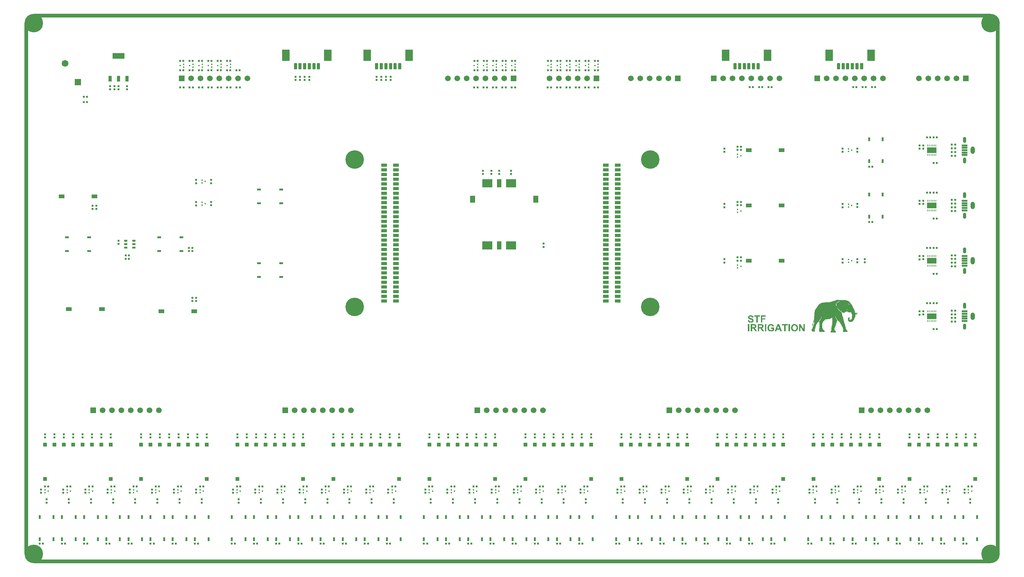
<source format=gbr>
%TF.GenerationSoftware,Altium Limited,Altium Designer,20.0.13 (296)*%
G04 Layer_Color=8388736*
%FSLAX26Y26*%
%MOIN*%
%TF.FileFunction,Soldermask,Top*%
%TF.Part,Single*%
G01*
G75*
%TA.AperFunction,ViaPad*%
%ADD41C,0.029528*%
%TA.AperFunction,NonConductor*%
%ADD45R,0.039370X5.669291*%
%ADD46R,10.196850X0.039370*%
%TA.AperFunction,ComponentPad*%
%ADD47O,0.044094X0.079528*%
%ADD48O,0.032283X0.063779*%
%ADD49R,0.060787X0.060787*%
%ADD50C,0.060787*%
%ADD51R,0.071653X0.071653*%
%ADD52C,0.071653*%
%TA.AperFunction,ViaPad*%
%ADD53C,0.197638*%
%TA.AperFunction,NonConductor*%
%ADD61R,0.061890X0.033150*%
%TA.AperFunction,SMDPad,CuDef*%
%ADD62R,0.019291X0.021260*%
%ADD63R,0.021260X0.019291*%
%ADD64R,0.024409X0.020472*%
%ADD65R,0.016535X0.016535*%
%ADD66R,0.016535X0.016535*%
%ADD67R,0.059843X0.044094*%
%ADD68R,0.032283X0.020472*%
%ADD69R,0.010630X0.020472*%
%ADD70R,0.099213X0.063779*%
%TA.AperFunction,ConnectorPad*%
%ADD71R,0.059843X0.018504*%
%TA.AperFunction,SMDPad,CuDef*%
%ADD72R,0.083465X0.118898*%
G04:AMPARAMS|DCode=73|XSize=63.779mil|YSize=32.677mil|CornerRadius=3.583mil|HoleSize=0mil|Usage=FLASHONLY|Rotation=270.000|XOffset=0mil|YOffset=0mil|HoleType=Round|Shape=RoundedRectangle|*
%AMROUNDEDRECTD73*
21,1,0.063779,0.025512,0,0,270.0*
21,1,0.056614,0.032677,0,0,270.0*
1,1,0.007165,-0.012756,-0.028307*
1,1,0.007165,-0.012756,0.028307*
1,1,0.007165,0.012756,0.028307*
1,1,0.007165,0.012756,-0.028307*
%
%ADD73ROUNDEDRECTD73*%
%ADD74R,0.040157X0.020472*%
%ADD75R,0.020472X0.024409*%
%ADD76R,0.038189X0.059843*%
%ADD77R,0.128740X0.059843*%
%ADD78R,0.057874X0.077559*%
%ADD79R,0.111024X0.087402*%
%ADD80R,0.048032X0.087402*%
%ADD81R,0.020472X0.040157*%
%TA.AperFunction,BGAPad,CuDef*%
%ADD82R,0.044094X0.044094*%
%TA.AperFunction,SMDPad,CuDef*%
%ADD83R,0.058657X0.029917*%
G36*
X8696363Y2830021D02*
X8705789D01*
Y2827664D01*
X8724642D01*
Y2830021D01*
X8748207D01*
Y2827664D01*
X8771773D01*
Y2825307D01*
X8785912D01*
Y2822951D01*
X8795338D01*
Y2820595D01*
X8797695D01*
Y2818238D01*
X8802408D01*
Y2815881D01*
X8807121D01*
Y2813525D01*
X8809478D01*
Y2811168D01*
X8811834D01*
Y2808811D01*
X8814191D01*
Y2806455D01*
X8816547D01*
Y2804099D01*
X8818904D01*
Y2801742D01*
X8821261D01*
Y2799385D01*
Y2797029D01*
X8818904D01*
Y2794672D01*
Y2792316D01*
X8821261D01*
Y2794672D01*
X8823617D01*
Y2797029D01*
X8825974D01*
Y2794672D01*
Y2792316D01*
X8828330D01*
Y2789959D01*
Y2787602D01*
X8833043D01*
Y2785246D01*
X8830686D01*
Y2782889D01*
X8835400D01*
Y2780533D01*
X8837756D01*
Y2778176D01*
Y2775820D01*
Y2773463D01*
X8840113D01*
Y2771106D01*
X8842469D01*
Y2768750D01*
Y2766393D01*
X8844826D01*
Y2764037D01*
Y2761680D01*
Y2759324D01*
X8847183D01*
Y2756967D01*
Y2754611D01*
X8849539D01*
Y2752254D01*
Y2749897D01*
X8851896D01*
Y2747541D01*
Y2745184D01*
X8854252D01*
Y2742828D01*
X8856609D01*
Y2740471D01*
Y2738115D01*
X8858966D01*
Y2735758D01*
Y2733402D01*
X8861322D01*
Y2731045D01*
X8863678D01*
Y2728689D01*
X8861322D01*
Y2726332D01*
X8863678D01*
Y2723975D01*
X8866035D01*
Y2721619D01*
Y2719262D01*
Y2716906D01*
X8868392D01*
Y2714549D01*
Y2712193D01*
Y2709836D01*
X8870748D01*
Y2707480D01*
Y2705123D01*
Y2702766D01*
Y2700410D01*
Y2698053D01*
X8873105D01*
Y2695697D01*
Y2693340D01*
X8903740D01*
Y2690984D01*
X8901384D01*
Y2688627D01*
X8896670D01*
Y2686271D01*
X8887244D01*
Y2683914D01*
X8901384D01*
Y2681557D01*
X8899027D01*
Y2679201D01*
X8896670D01*
Y2681557D01*
X8894314D01*
Y2679201D01*
X8891957D01*
Y2676844D01*
X8875461D01*
Y2674488D01*
Y2672131D01*
Y2669775D01*
Y2667418D01*
Y2665062D01*
Y2662705D01*
Y2660349D01*
Y2657992D01*
Y2655635D01*
Y2653279D01*
X8873105D01*
Y2650922D01*
Y2648566D01*
Y2646209D01*
Y2643852D01*
X8870748D01*
Y2641496D01*
X8868392D01*
Y2639140D01*
X8870748D01*
Y2636783D01*
X8868392D01*
Y2634426D01*
X8866035D01*
Y2632070D01*
X8863678D01*
Y2629713D01*
X8866035D01*
Y2627356D01*
X8863678D01*
Y2625000D01*
Y2622644D01*
X8861322D01*
Y2625000D01*
X8858966D01*
Y2622644D01*
X8861322D01*
Y2620287D01*
Y2617930D01*
X8858966D01*
Y2615574D01*
X8856609D01*
Y2613217D01*
Y2610860D01*
X8854252D01*
Y2608504D01*
X8849539D01*
Y2606148D01*
Y2603791D01*
X8844826D01*
Y2601434D01*
X8842469D01*
Y2599078D01*
X8837756D01*
Y2596721D01*
X8830686D01*
Y2594365D01*
X8818904D01*
Y2596721D01*
X8811834D01*
Y2599078D01*
X8807121D01*
Y2601434D01*
X8804764D01*
Y2603791D01*
X8802408D01*
Y2606148D01*
X8800051D01*
Y2608504D01*
Y2610860D01*
Y2613217D01*
X8797695D01*
Y2615574D01*
Y2617930D01*
X8795338D01*
Y2620287D01*
Y2622644D01*
Y2625000D01*
Y2627356D01*
X8797695D01*
Y2629713D01*
X8800051D01*
Y2632070D01*
X8797695D01*
Y2634426D01*
X8800051D01*
Y2636783D01*
Y2639140D01*
X8802408D01*
Y2641496D01*
X8804764D01*
Y2643852D01*
X8807121D01*
Y2646209D01*
X8814191D01*
Y2643852D01*
X8816547D01*
Y2641496D01*
Y2639140D01*
X8814191D01*
Y2636783D01*
X8816547D01*
Y2634426D01*
Y2632070D01*
X8814191D01*
Y2629713D01*
X8811834D01*
Y2627356D01*
Y2625000D01*
Y2622644D01*
X8814191D01*
Y2620287D01*
X8818904D01*
Y2617930D01*
X8825974D01*
Y2620287D01*
X8830686D01*
Y2622644D01*
X8833043D01*
Y2625000D01*
X8835400D01*
Y2627356D01*
Y2629713D01*
Y2632070D01*
X8837756D01*
Y2634426D01*
X8840113D01*
Y2636783D01*
X8837756D01*
Y2639140D01*
X8840113D01*
Y2641496D01*
Y2643852D01*
Y2646209D01*
Y2648566D01*
Y2650922D01*
Y2653279D01*
Y2655635D01*
Y2657992D01*
Y2660349D01*
Y2662705D01*
Y2665062D01*
Y2667418D01*
X8842469D01*
Y2669775D01*
X8840113D01*
Y2672131D01*
Y2674488D01*
X8837756D01*
Y2676844D01*
Y2679201D01*
X8835400D01*
Y2681557D01*
Y2683914D01*
Y2686271D01*
X8833043D01*
Y2688627D01*
Y2690984D01*
X8830686D01*
Y2693340D01*
Y2695697D01*
X8828330D01*
Y2698053D01*
X8814191D01*
Y2695697D01*
X8807121D01*
Y2698053D01*
X8804764D01*
Y2700410D01*
X8800051D01*
Y2702766D01*
X8797695D01*
Y2705123D01*
X8792982D01*
Y2707480D01*
X8776486D01*
Y2705123D01*
X8774129D01*
Y2702766D01*
X8769416D01*
Y2700410D01*
Y2698053D01*
X8762346D01*
Y2695697D01*
Y2693340D01*
X8757633D01*
Y2690984D01*
X8752920D01*
Y2693340D01*
X8750564D01*
Y2690984D01*
X8745851D01*
Y2693340D01*
X8741138D01*
Y2695697D01*
X8736424D01*
Y2698053D01*
X8731711D01*
Y2700410D01*
Y2702766D01*
X8729355D01*
Y2700410D01*
X8726998D01*
Y2702766D01*
X8724642D01*
Y2705123D01*
X8722285D01*
Y2707480D01*
Y2709836D01*
X8724642D01*
Y2712193D01*
X8719929D01*
Y2709836D01*
Y2707480D01*
X8717572D01*
Y2709836D01*
X8715215D01*
Y2712193D01*
X8712859D01*
Y2714549D01*
X8710502D01*
Y2716906D01*
X8708146D01*
Y2719262D01*
X8705789D01*
Y2721619D01*
X8703433D01*
Y2723975D01*
X8701076D01*
Y2726332D01*
Y2728689D01*
X8698720D01*
Y2731045D01*
X8696363D01*
Y2733402D01*
X8694006D01*
Y2735758D01*
Y2738115D01*
X8691650D01*
Y2740471D01*
X8689293D01*
Y2742828D01*
Y2745184D01*
X8686937D01*
Y2742828D01*
Y2740471D01*
X8689293D01*
Y2738115D01*
Y2735758D01*
X8691650D01*
Y2733402D01*
Y2731045D01*
X8694006D01*
Y2728689D01*
X8696363D01*
Y2726332D01*
X8698720D01*
Y2723975D01*
Y2721619D01*
X8701076D01*
Y2719262D01*
X8703433D01*
Y2716906D01*
X8705789D01*
Y2714549D01*
X8708146D01*
Y2712193D01*
X8710502D01*
Y2709836D01*
X8715215D01*
Y2707480D01*
X8717572D01*
Y2705123D01*
X8719929D01*
Y2702766D01*
X8722285D01*
Y2700410D01*
X8726998D01*
Y2698053D01*
X8729355D01*
Y2695697D01*
Y2693340D01*
X8734068D01*
Y2690984D01*
Y2688627D01*
Y2686271D01*
Y2683914D01*
Y2681557D01*
Y2679201D01*
Y2676844D01*
Y2674488D01*
X8736424D01*
Y2672131D01*
Y2669775D01*
Y2667418D01*
Y2665062D01*
Y2662705D01*
Y2660349D01*
Y2657992D01*
Y2655635D01*
X8738781D01*
Y2653279D01*
X8741138D01*
Y2650922D01*
Y2648566D01*
Y2646209D01*
X8743494D01*
Y2643852D01*
Y2641496D01*
X8745851D01*
Y2639140D01*
Y2636783D01*
Y2634426D01*
Y2632070D01*
Y2629713D01*
X8748207D01*
Y2627356D01*
Y2625000D01*
Y2622644D01*
X8750564D01*
Y2620287D01*
Y2617930D01*
X8748207D01*
Y2615574D01*
X8750564D01*
Y2613217D01*
X8752920D01*
Y2610860D01*
Y2608504D01*
X8750564D01*
Y2606148D01*
X8752920D01*
Y2603791D01*
Y2601434D01*
X8755277D01*
Y2599078D01*
Y2596721D01*
Y2594365D01*
X8757633D01*
Y2592008D01*
Y2589651D01*
Y2587295D01*
Y2584938D01*
X8759990D01*
Y2582582D01*
Y2580225D01*
Y2577869D01*
X8762346D01*
Y2575512D01*
X8759990D01*
Y2573156D01*
X8762346D01*
Y2570799D01*
X8764703D01*
Y2568442D01*
Y2566086D01*
Y2563729D01*
X8767060D01*
Y2561373D01*
Y2559016D01*
Y2556660D01*
X8769416D01*
Y2554303D01*
X8767060D01*
Y2551947D01*
X8769416D01*
Y2549590D01*
Y2547234D01*
X8771773D01*
Y2544877D01*
X8769416D01*
Y2542520D01*
X8771773D01*
Y2540164D01*
Y2537807D01*
Y2535451D01*
Y2533094D01*
Y2530738D01*
X8774129D01*
Y2528381D01*
Y2526025D01*
Y2523668D01*
X8776486D01*
Y2521311D01*
Y2518955D01*
X8778842D01*
Y2516598D01*
Y2514242D01*
X8781199D01*
Y2511885D01*
Y2509529D01*
X8783555D01*
Y2507172D01*
X8785912D01*
Y2504816D01*
Y2502459D01*
X8788269D01*
Y2500102D01*
X8790625D01*
Y2497746D01*
X8792982D01*
Y2495389D01*
Y2493033D01*
X8790625D01*
Y2490676D01*
X8783555D01*
Y2488320D01*
X8762346D01*
Y2485963D01*
X8759990D01*
Y2488320D01*
X8743494D01*
Y2490676D01*
Y2493033D01*
X8741138D01*
Y2495389D01*
Y2497746D01*
Y2500102D01*
Y2502459D01*
X8743494D01*
Y2504816D01*
Y2507172D01*
X8745851D01*
Y2509529D01*
X8748207D01*
Y2511885D01*
Y2514242D01*
X8745851D01*
Y2516598D01*
Y2518955D01*
Y2521311D01*
X8743494D01*
Y2523668D01*
Y2526025D01*
Y2528381D01*
X8741138D01*
Y2530738D01*
Y2533094D01*
Y2535451D01*
X8738781D01*
Y2537807D01*
Y2540164D01*
X8736424D01*
Y2542520D01*
Y2544877D01*
X8734068D01*
Y2547234D01*
Y2549590D01*
X8731711D01*
Y2551947D01*
Y2554303D01*
X8729355D01*
Y2556660D01*
X8726998D01*
Y2559016D01*
Y2561373D01*
X8724642D01*
Y2563729D01*
X8726998D01*
Y2566086D01*
X8722285D01*
Y2568442D01*
Y2570799D01*
Y2573156D01*
X8717572D01*
Y2575512D01*
Y2577869D01*
X8715215D01*
Y2580225D01*
Y2582582D01*
X8712859D01*
Y2584938D01*
X8710502D01*
Y2587295D01*
X8715215D01*
Y2589651D01*
X8708146D01*
Y2592008D01*
X8705789D01*
Y2594365D01*
Y2596721D01*
X8703433D01*
Y2599078D01*
X8701076D01*
Y2601434D01*
X8698720D01*
Y2603791D01*
X8696363D01*
Y2606148D01*
X8694006D01*
Y2608504D01*
X8691650D01*
Y2610860D01*
X8689293D01*
Y2613217D01*
X8686937D01*
Y2615574D01*
X8684580D01*
Y2617930D01*
X8682224D01*
Y2620287D01*
X8679867D01*
Y2622644D01*
Y2625000D01*
X8677511D01*
Y2627356D01*
X8675154D01*
Y2629713D01*
Y2632070D01*
X8672798D01*
Y2634426D01*
X8670441D01*
Y2636783D01*
Y2639140D01*
X8668084D01*
Y2641496D01*
Y2643852D01*
X8665728D01*
Y2646209D01*
Y2648566D01*
X8663371D01*
Y2646209D01*
Y2643852D01*
X8665728D01*
Y2641496D01*
Y2639140D01*
X8668084D01*
Y2636783D01*
Y2634426D01*
X8670441D01*
Y2632070D01*
Y2629713D01*
X8672798D01*
Y2627356D01*
X8675154D01*
Y2625000D01*
Y2622644D01*
X8677511D01*
Y2620287D01*
X8679867D01*
Y2617930D01*
Y2615574D01*
X8682224D01*
Y2613217D01*
Y2610860D01*
Y2608504D01*
Y2606148D01*
X8679867D01*
Y2603791D01*
Y2601434D01*
Y2599078D01*
X8677511D01*
Y2596721D01*
Y2594365D01*
Y2592008D01*
X8675154D01*
Y2589651D01*
Y2587295D01*
X8672798D01*
Y2584938D01*
Y2582582D01*
Y2580225D01*
X8670441D01*
Y2577869D01*
Y2575512D01*
Y2573156D01*
X8668084D01*
Y2570799D01*
Y2568442D01*
Y2566086D01*
Y2563729D01*
X8665728D01*
Y2561373D01*
Y2559016D01*
Y2556660D01*
Y2554303D01*
X8663371D01*
Y2551947D01*
Y2549590D01*
Y2547234D01*
X8661014D01*
Y2544877D01*
Y2542520D01*
X8658658D01*
Y2540164D01*
Y2537807D01*
Y2535451D01*
X8656301D01*
Y2533094D01*
Y2530738D01*
X8653945D01*
Y2528381D01*
Y2526025D01*
Y2523668D01*
Y2521311D01*
Y2518955D01*
X8651588D01*
Y2516598D01*
Y2514242D01*
X8653945D01*
Y2511885D01*
Y2509529D01*
Y2507172D01*
X8656301D01*
Y2504816D01*
X8658658D01*
Y2502459D01*
X8661014D01*
Y2500102D01*
X8663371D01*
Y2497746D01*
X8665728D01*
Y2495389D01*
Y2493033D01*
X8668084D01*
Y2490676D01*
Y2488320D01*
Y2485963D01*
X8663371D01*
Y2483607D01*
X8632736D01*
Y2485963D01*
X8625666D01*
Y2483607D01*
X8613883D01*
Y2485963D01*
X8611527D01*
Y2488320D01*
Y2490676D01*
Y2493033D01*
Y2495389D01*
X8613883D01*
Y2497746D01*
Y2500102D01*
X8616240D01*
Y2502459D01*
X8620953D01*
Y2504816D01*
Y2507172D01*
Y2509529D01*
X8623309D01*
Y2511885D01*
X8620953D01*
Y2514242D01*
Y2516598D01*
Y2518955D01*
Y2521311D01*
Y2523668D01*
Y2526025D01*
Y2528381D01*
Y2530738D01*
Y2533094D01*
Y2535451D01*
Y2537807D01*
X8623309D01*
Y2540164D01*
Y2542520D01*
Y2544877D01*
Y2547234D01*
Y2549590D01*
Y2551947D01*
Y2554303D01*
Y2556660D01*
X8625666D01*
Y2559016D01*
Y2561373D01*
Y2563729D01*
Y2566086D01*
Y2568442D01*
X8628023D01*
Y2570799D01*
Y2573156D01*
Y2575512D01*
Y2577869D01*
Y2580225D01*
Y2582582D01*
X8630379D01*
Y2584938D01*
Y2587295D01*
Y2589651D01*
Y2592008D01*
Y2594365D01*
Y2596721D01*
Y2599078D01*
Y2601434D01*
Y2603791D01*
Y2606148D01*
Y2608504D01*
Y2610860D01*
X8632736D01*
Y2613217D01*
X8630379D01*
Y2615574D01*
Y2617930D01*
Y2620287D01*
Y2622644D01*
Y2625000D01*
Y2627356D01*
Y2629713D01*
Y2632070D01*
X8628023D01*
Y2634426D01*
Y2636783D01*
Y2639140D01*
X8623309D01*
Y2636783D01*
X8618596D01*
Y2634426D01*
X8613883D01*
Y2632070D01*
X8609170D01*
Y2629713D01*
X8602100D01*
Y2627356D01*
X8595031D01*
Y2625000D01*
X8583248D01*
Y2622644D01*
X8578535D01*
Y2625000D01*
X8571465D01*
Y2622644D01*
X8554969D01*
Y2625000D01*
X8552613D01*
Y2622644D01*
X8554969D01*
Y2620287D01*
X8550256D01*
Y2617930D01*
Y2615574D01*
X8547900D01*
Y2613217D01*
X8545543D01*
Y2610860D01*
X8543187D01*
Y2608504D01*
X8540830D01*
Y2606148D01*
X8538474D01*
Y2603791D01*
X8536117D01*
Y2601434D01*
X8533760D01*
Y2599078D01*
X8531404D01*
Y2596721D01*
Y2594365D01*
X8529047D01*
Y2592008D01*
Y2589651D01*
Y2587295D01*
X8526691D01*
Y2584938D01*
Y2582582D01*
X8524334D01*
Y2580225D01*
Y2577869D01*
Y2575512D01*
X8521978D01*
Y2573156D01*
Y2570799D01*
Y2568442D01*
Y2566086D01*
X8524334D01*
Y2563729D01*
Y2561373D01*
Y2559016D01*
Y2556660D01*
Y2554303D01*
Y2551947D01*
Y2549590D01*
Y2547234D01*
Y2544877D01*
Y2542520D01*
Y2540164D01*
Y2537807D01*
Y2535451D01*
Y2533094D01*
Y2530738D01*
Y2528381D01*
X8526691D01*
Y2526025D01*
Y2523668D01*
Y2521311D01*
X8529047D01*
Y2518955D01*
Y2516598D01*
X8531404D01*
Y2514242D01*
X8533760D01*
Y2511885D01*
X8536117D01*
Y2509529D01*
X8538474D01*
Y2507172D01*
X8540830D01*
Y2504816D01*
X8543187D01*
Y2502459D01*
X8545543D01*
Y2500102D01*
X8547900D01*
Y2497746D01*
Y2495389D01*
Y2493033D01*
X8545543D01*
Y2490676D01*
X8493699D01*
Y2493033D01*
X8488986D01*
Y2495389D01*
Y2497746D01*
Y2500102D01*
Y2502459D01*
Y2504816D01*
Y2507172D01*
Y2509529D01*
Y2511885D01*
Y2514242D01*
Y2516598D01*
Y2518955D01*
Y2521311D01*
Y2523668D01*
Y2526025D01*
X8491343D01*
Y2528381D01*
Y2530738D01*
Y2533094D01*
Y2535451D01*
Y2537807D01*
X8493699D01*
Y2540164D01*
Y2542520D01*
Y2544877D01*
Y2547234D01*
Y2549590D01*
Y2551947D01*
Y2554303D01*
Y2556660D01*
Y2559016D01*
Y2561373D01*
Y2563729D01*
Y2566086D01*
Y2568442D01*
Y2570799D01*
Y2573156D01*
Y2575512D01*
X8491343D01*
Y2577869D01*
Y2580225D01*
Y2582582D01*
Y2584938D01*
Y2587295D01*
Y2589651D01*
Y2592008D01*
X8488986D01*
Y2594365D01*
X8486629D01*
Y2596721D01*
X8484272D01*
Y2599078D01*
X8486629D01*
Y2601434D01*
X8488986D01*
Y2603791D01*
X8491343D01*
Y2606148D01*
X8493699D01*
Y2608504D01*
X8496056D01*
Y2610860D01*
Y2613217D01*
X8498412D01*
Y2615574D01*
X8503125D01*
Y2617930D01*
Y2620287D01*
Y2622644D01*
X8500769D01*
Y2620287D01*
X8498412D01*
Y2617930D01*
X8496056D01*
Y2615574D01*
X8493699D01*
Y2613217D01*
Y2610860D01*
X8491343D01*
Y2608504D01*
X8488986D01*
Y2610860D01*
X8484272D01*
Y2608504D01*
X8488986D01*
Y2606148D01*
X8486629D01*
Y2603791D01*
X8484272D01*
Y2601434D01*
X8481916D01*
Y2599078D01*
Y2596721D01*
X8479559D01*
Y2594365D01*
X8477203D01*
Y2592008D01*
X8474846D01*
Y2589651D01*
X8472490D01*
Y2587295D01*
Y2584938D01*
X8470133D01*
Y2582582D01*
X8467777D01*
Y2580225D01*
Y2577869D01*
X8465420D01*
Y2575512D01*
Y2573156D01*
X8460707D01*
Y2570799D01*
X8463064D01*
Y2568442D01*
X8460707D01*
Y2566086D01*
X8458351D01*
Y2563729D01*
Y2561373D01*
Y2559016D01*
X8455994D01*
Y2556660D01*
Y2554303D01*
X8453637D01*
Y2551947D01*
Y2549590D01*
X8451281D01*
Y2547234D01*
X8453637D01*
Y2544877D01*
X8451281D01*
Y2542520D01*
Y2540164D01*
Y2537807D01*
Y2535451D01*
X8448924D01*
Y2537807D01*
X8446568D01*
Y2535451D01*
X8448924D01*
Y2533094D01*
Y2530738D01*
Y2528381D01*
Y2526025D01*
X8446568D01*
Y2523668D01*
Y2521311D01*
Y2518955D01*
X8444211D01*
Y2516598D01*
Y2514242D01*
Y2511885D01*
X8441855D01*
Y2509529D01*
X8444211D01*
Y2507172D01*
Y2504816D01*
Y2502459D01*
X8446568D01*
Y2500102D01*
X8444211D01*
Y2502459D01*
X8441855D01*
Y2500102D01*
X8444211D01*
Y2497746D01*
Y2495389D01*
Y2493033D01*
X8439498D01*
Y2490676D01*
X8437141D01*
Y2493033D01*
X8415932D01*
Y2495389D01*
X8413576D01*
Y2497746D01*
X8411219D01*
Y2500102D01*
Y2502459D01*
X8408863D01*
Y2504816D01*
Y2507172D01*
Y2509529D01*
Y2511885D01*
Y2514242D01*
Y2516598D01*
X8411219D01*
Y2518955D01*
Y2521311D01*
X8413576D01*
Y2523668D01*
X8415932D01*
Y2526025D01*
X8418289D01*
Y2528381D01*
X8420645D01*
Y2526025D01*
X8423002D01*
Y2528381D01*
X8420645D01*
Y2530738D01*
Y2533094D01*
Y2535451D01*
Y2537807D01*
X8423002D01*
Y2540164D01*
Y2542520D01*
Y2544877D01*
X8425359D01*
Y2547234D01*
Y2549590D01*
X8427715D01*
Y2551947D01*
Y2554303D01*
X8423002D01*
Y2551947D01*
X8420645D01*
Y2554303D01*
Y2556660D01*
X8415932D01*
Y2559016D01*
Y2561373D01*
X8418289D01*
Y2563729D01*
Y2566086D01*
Y2568442D01*
Y2570799D01*
Y2573156D01*
X8420645D01*
Y2575512D01*
Y2577869D01*
Y2580225D01*
X8423002D01*
Y2582582D01*
Y2584938D01*
Y2587295D01*
Y2589651D01*
X8425359D01*
Y2592008D01*
Y2594365D01*
Y2596721D01*
X8427715D01*
Y2599078D01*
Y2601434D01*
Y2603791D01*
X8430072D01*
Y2606148D01*
Y2608504D01*
Y2610860D01*
Y2613217D01*
X8432428D01*
Y2610860D01*
X8434785D01*
Y2608504D01*
Y2606148D01*
Y2603791D01*
Y2601434D01*
X8432428D01*
Y2599078D01*
Y2596721D01*
Y2594365D01*
Y2592008D01*
X8430072D01*
Y2589651D01*
Y2587295D01*
Y2584938D01*
X8427715D01*
Y2582582D01*
Y2580225D01*
Y2577869D01*
Y2575512D01*
Y2573156D01*
Y2570799D01*
Y2568442D01*
Y2566086D01*
Y2563729D01*
Y2561373D01*
Y2559016D01*
X8425359D01*
Y2556660D01*
X8430072D01*
Y2559016D01*
Y2561373D01*
Y2563729D01*
X8432428D01*
Y2566086D01*
Y2568442D01*
Y2570799D01*
Y2573156D01*
X8434785D01*
Y2575512D01*
Y2577869D01*
Y2580225D01*
Y2582582D01*
Y2584938D01*
X8437141D01*
Y2587295D01*
Y2589651D01*
Y2592008D01*
Y2594365D01*
Y2596721D01*
Y2599078D01*
Y2601434D01*
Y2603791D01*
Y2606148D01*
Y2608504D01*
Y2610860D01*
Y2613217D01*
X8434785D01*
Y2615574D01*
X8432428D01*
Y2617930D01*
Y2620287D01*
Y2622644D01*
X8434785D01*
Y2625000D01*
Y2627356D01*
Y2629713D01*
Y2632070D01*
Y2634426D01*
Y2636783D01*
Y2639140D01*
Y2641496D01*
X8437141D01*
Y2643852D01*
Y2646209D01*
Y2648566D01*
Y2650922D01*
Y2653279D01*
Y2655635D01*
Y2657992D01*
X8439498D01*
Y2660349D01*
Y2662705D01*
Y2665062D01*
Y2667418D01*
Y2669775D01*
Y2672131D01*
Y2674488D01*
Y2676844D01*
Y2679201D01*
Y2681557D01*
Y2683914D01*
Y2686271D01*
Y2688627D01*
Y2690984D01*
Y2693340D01*
Y2695697D01*
Y2698053D01*
Y2700410D01*
Y2702766D01*
X8441855D01*
Y2705123D01*
Y2707480D01*
Y2709836D01*
Y2712193D01*
Y2714549D01*
X8444211D01*
Y2716906D01*
Y2719262D01*
X8446568D01*
Y2721619D01*
Y2723975D01*
Y2726332D01*
X8448924D01*
Y2728689D01*
X8451281D01*
Y2731045D01*
Y2733402D01*
X8453637D01*
Y2735758D01*
Y2738115D01*
X8458351D01*
Y2740471D01*
Y2742828D01*
Y2745184D01*
X8460707D01*
Y2747541D01*
X8463064D01*
Y2749897D01*
X8467777D01*
Y2752254D01*
X8465420D01*
Y2754611D01*
X8467777D01*
Y2756967D01*
X8470133D01*
Y2759324D01*
Y2761680D01*
X8472490D01*
Y2764037D01*
X8474846D01*
Y2766393D01*
Y2768750D01*
X8477203D01*
Y2771106D01*
X8479559D01*
Y2773463D01*
X8481916D01*
Y2771106D01*
X8484272D01*
Y2773463D01*
X8481916D01*
Y2775820D01*
Y2778176D01*
X8484272D01*
Y2780533D01*
X8486629D01*
Y2782889D01*
X8488986D01*
Y2785246D01*
X8491343D01*
Y2787602D01*
X8498412D01*
Y2789959D01*
Y2792316D01*
X8500769D01*
Y2789959D01*
X8503125D01*
Y2792316D01*
Y2794672D01*
X8507838D01*
Y2797029D01*
X8512551D01*
Y2799385D01*
X8521978D01*
Y2801742D01*
X8529047D01*
Y2799385D01*
X8531404D01*
Y2801742D01*
X8529047D01*
Y2804099D01*
X8547900D01*
Y2806455D01*
X8604457D01*
Y2808811D01*
X8616240D01*
Y2811168D01*
X8623309D01*
Y2813525D01*
X8630379D01*
Y2815881D01*
X8637449D01*
Y2818238D01*
X8646875D01*
Y2820595D01*
X8653945D01*
Y2822951D01*
X8663371D01*
Y2825307D01*
X8668084D01*
Y2827664D01*
X8675154D01*
Y2830021D01*
X8677511D01*
Y2827664D01*
X8679867D01*
Y2830021D01*
X8682224D01*
Y2827664D01*
X8684580D01*
Y2830021D01*
X8682224D01*
Y2832377D01*
X8696363D01*
Y2830021D01*
D02*
G37*
G36*
X7761055Y2665954D02*
X7762039D01*
X7763220Y2665822D01*
X7764597Y2665691D01*
X7766106Y2665494D01*
X7767746Y2665232D01*
X7769452Y2664904D01*
X7771223Y2664510D01*
X7772994Y2663985D01*
X7774765Y2663395D01*
X7776471Y2662673D01*
X7778176Y2661821D01*
X7779685Y2660837D01*
X7781128Y2659722D01*
X7781194Y2659656D01*
X7781457Y2659459D01*
X7781784Y2659066D01*
X7782244Y2658606D01*
X7782834Y2657950D01*
X7783425Y2657229D01*
X7784081Y2656310D01*
X7784802Y2655326D01*
X7785458Y2654146D01*
X7786180Y2652899D01*
X7786770Y2651521D01*
X7787360Y2650078D01*
X7787885Y2648504D01*
X7788279Y2646798D01*
X7788607Y2644961D01*
X7788738Y2643059D01*
X7773453Y2642403D01*
Y2642469D01*
X7773388Y2642666D01*
X7773322Y2642994D01*
X7773257Y2643387D01*
X7773125Y2643846D01*
X7772994Y2644371D01*
X7772535Y2645617D01*
X7772010Y2646995D01*
X7771223Y2648438D01*
X7770305Y2649685D01*
X7769780Y2650275D01*
X7769189Y2650800D01*
X7769124D01*
X7769058Y2650931D01*
X7768861Y2651062D01*
X7768599Y2651193D01*
X7768271Y2651390D01*
X7767812Y2651587D01*
X7767352Y2651849D01*
X7766762Y2652112D01*
X7766172Y2652309D01*
X7765450Y2652571D01*
X7764663Y2652768D01*
X7763744Y2652965D01*
X7762826Y2653096D01*
X7761776Y2653227D01*
X7760727Y2653358D01*
X7758890D01*
X7758431Y2653293D01*
X7757906D01*
X7757250Y2653227D01*
X7756529Y2653162D01*
X7755741Y2653030D01*
X7754101Y2652702D01*
X7752330Y2652177D01*
X7750690Y2651521D01*
X7749837Y2651062D01*
X7749116Y2650603D01*
X7748984Y2650537D01*
X7748722Y2650275D01*
X7748394Y2649881D01*
X7747935Y2649357D01*
X7747476Y2648701D01*
X7747148Y2647848D01*
X7746885Y2646930D01*
X7746754Y2645880D01*
Y2645749D01*
X7746820Y2645421D01*
X7746885Y2644961D01*
X7747016Y2644305D01*
X7747279Y2643584D01*
X7747672Y2642797D01*
X7748263Y2642010D01*
X7748984Y2641288D01*
X7749050D01*
X7749116Y2641157D01*
X7749312Y2641026D01*
X7749641Y2640894D01*
X7749968Y2640632D01*
X7750493Y2640369D01*
X7751084Y2640107D01*
X7751805Y2639779D01*
X7752658Y2639385D01*
X7753708Y2638992D01*
X7754823Y2638598D01*
X7756135Y2638139D01*
X7757578Y2637680D01*
X7759218Y2637221D01*
X7761055Y2636696D01*
X7763023Y2636237D01*
X7763154D01*
X7763482Y2636106D01*
X7764073Y2635974D01*
X7764860Y2635778D01*
X7765778Y2635515D01*
X7766828Y2635253D01*
X7768008Y2634925D01*
X7769255Y2634597D01*
X7771944Y2633744D01*
X7774700Y2632825D01*
X7776012Y2632366D01*
X7777258Y2631841D01*
X7778439Y2631317D01*
X7779489Y2630792D01*
X7779554D01*
X7779751Y2630661D01*
X7780013Y2630530D01*
X7780407Y2630267D01*
X7780801Y2630005D01*
X7781325Y2629677D01*
X7782572Y2628758D01*
X7783884Y2627709D01*
X7785327Y2626397D01*
X7786639Y2624822D01*
X7787885Y2623117D01*
X7787951Y2623051D01*
X7788016Y2622920D01*
X7788148Y2622592D01*
X7788345Y2622264D01*
X7788607Y2621805D01*
X7788869Y2621214D01*
X7789132Y2620558D01*
X7789394Y2619771D01*
X7789657Y2618984D01*
X7789919Y2618066D01*
X7790181Y2617081D01*
X7790444Y2616032D01*
X7790641Y2614851D01*
X7790772Y2613670D01*
X7790903Y2612424D01*
Y2611112D01*
Y2611046D01*
Y2610849D01*
Y2610456D01*
X7790837Y2609997D01*
X7790772Y2609406D01*
X7790706Y2608750D01*
X7790575Y2607963D01*
X7790444Y2607176D01*
X7790247Y2606258D01*
X7789984Y2605273D01*
X7789328Y2603240D01*
X7788935Y2602190D01*
X7788476Y2601075D01*
X7787885Y2599960D01*
X7787229Y2598910D01*
X7787164Y2598845D01*
X7787033Y2598648D01*
X7786836Y2598385D01*
X7786573Y2597992D01*
X7786180Y2597533D01*
X7785721Y2597008D01*
X7785196Y2596418D01*
X7784605Y2595762D01*
X7783884Y2595106D01*
X7783162Y2594384D01*
X7782309Y2593662D01*
X7781391Y2593006D01*
X7780407Y2592285D01*
X7779357Y2591694D01*
X7778176Y2591038D01*
X7776996Y2590514D01*
X7776930D01*
X7776668Y2590382D01*
X7776340Y2590251D01*
X7775815Y2590054D01*
X7775159Y2589858D01*
X7774372Y2589661D01*
X7773519Y2589398D01*
X7772469Y2589136D01*
X7771354Y2588874D01*
X7770108Y2588611D01*
X7768730Y2588414D01*
X7767287Y2588218D01*
X7765778Y2588021D01*
X7764138Y2587890D01*
X7762432Y2587824D01*
X7760596Y2587758D01*
X7759612D01*
X7759218Y2587824D01*
X7758234Y2587890D01*
X7757053Y2587955D01*
X7755676Y2588086D01*
X7754101Y2588283D01*
X7752461Y2588611D01*
X7750690Y2588939D01*
X7748919Y2589398D01*
X7747016Y2589923D01*
X7745180Y2590579D01*
X7743408Y2591301D01*
X7741637Y2592219D01*
X7739997Y2593203D01*
X7738489Y2594384D01*
X7738423Y2594450D01*
X7738160Y2594712D01*
X7737767Y2595106D01*
X7737242Y2595630D01*
X7736652Y2596286D01*
X7735996Y2597139D01*
X7735274Y2598123D01*
X7734487Y2599304D01*
X7733700Y2600550D01*
X7732913Y2601994D01*
X7732125Y2603633D01*
X7731404Y2605339D01*
X7730748Y2607242D01*
X7730157Y2609275D01*
X7729698Y2611440D01*
X7729370Y2613736D01*
X7744261Y2615179D01*
Y2615113D01*
X7744327Y2614851D01*
X7744392Y2614457D01*
X7744524Y2613933D01*
X7744721Y2613342D01*
X7744917Y2612621D01*
X7745114Y2611834D01*
X7745442Y2610981D01*
X7746164Y2609144D01*
X7747082Y2607373D01*
X7748263Y2605602D01*
X7748919Y2604880D01*
X7749641Y2604158D01*
X7749706Y2604093D01*
X7749837Y2604027D01*
X7750100Y2603830D01*
X7750428Y2603633D01*
X7750821Y2603371D01*
X7751346Y2603043D01*
X7751936Y2602715D01*
X7752592Y2602453D01*
X7753314Y2602125D01*
X7754167Y2601797D01*
X7755085Y2601469D01*
X7756069Y2601206D01*
X7757119Y2601010D01*
X7758234Y2600813D01*
X7759480Y2600747D01*
X7760727Y2600682D01*
X7761449D01*
X7761973Y2600747D01*
X7762564D01*
X7763285Y2600878D01*
X7764073Y2600944D01*
X7764925Y2601075D01*
X7766697Y2601469D01*
X7768533Y2601994D01*
X7770305Y2602781D01*
X7771157Y2603240D01*
X7771879Y2603765D01*
X7771944Y2603830D01*
X7772010Y2603896D01*
X7772207Y2604093D01*
X7772469Y2604355D01*
X7773060Y2605011D01*
X7773781Y2605864D01*
X7774437Y2606914D01*
X7775028Y2608160D01*
X7775290Y2608816D01*
X7775487Y2609537D01*
X7775552Y2610259D01*
X7775618Y2611046D01*
Y2611177D01*
Y2611506D01*
X7775552Y2612030D01*
X7775421Y2612621D01*
X7775225Y2613342D01*
X7774962Y2614130D01*
X7774569Y2614917D01*
X7774044Y2615638D01*
X7773978Y2615704D01*
X7773716Y2615966D01*
X7773322Y2616294D01*
X7772797Y2616753D01*
X7772010Y2617278D01*
X7771026Y2617803D01*
X7769911Y2618394D01*
X7768533Y2618918D01*
X7768402Y2618984D01*
X7768205Y2619050D01*
X7767943Y2619115D01*
X7767615Y2619181D01*
X7767156Y2619312D01*
X7766631Y2619509D01*
X7765975Y2619706D01*
X7765253Y2619902D01*
X7764335Y2620099D01*
X7763351Y2620361D01*
X7762236Y2620689D01*
X7760989Y2621017D01*
X7759546Y2621411D01*
X7757972Y2621805D01*
X7756266Y2622198D01*
X7756200D01*
X7756135Y2622264D01*
X7755741Y2622329D01*
X7755085Y2622526D01*
X7754298Y2622723D01*
X7753248Y2623051D01*
X7752133Y2623379D01*
X7750887Y2623773D01*
X7749509Y2624298D01*
X7746689Y2625347D01*
X7743868Y2626659D01*
X7742490Y2627315D01*
X7741244Y2628102D01*
X7740063Y2628890D01*
X7739079Y2629677D01*
X7739013Y2629742D01*
X7738751Y2629939D01*
X7738423Y2630333D01*
X7737964Y2630792D01*
X7737439Y2631382D01*
X7736849Y2632104D01*
X7736258Y2632957D01*
X7735602Y2633941D01*
X7734946Y2634990D01*
X7734356Y2636106D01*
X7733765Y2637418D01*
X7733240Y2638729D01*
X7732781Y2640173D01*
X7732453Y2641682D01*
X7732191Y2643256D01*
X7732125Y2644896D01*
Y2644961D01*
Y2645158D01*
Y2645486D01*
X7732191Y2645880D01*
X7732257Y2646405D01*
X7732322Y2646995D01*
X7732388Y2647651D01*
X7732519Y2648438D01*
X7732913Y2650078D01*
X7733503Y2651849D01*
X7733831Y2652834D01*
X7734290Y2653752D01*
X7734749Y2654736D01*
X7735340Y2655654D01*
X7735405Y2655720D01*
X7735471Y2655851D01*
X7735668Y2656113D01*
X7735930Y2656507D01*
X7736258Y2656901D01*
X7736717Y2657425D01*
X7737176Y2657950D01*
X7737767Y2658541D01*
X7738357Y2659131D01*
X7739079Y2659722D01*
X7739866Y2660378D01*
X7740719Y2661034D01*
X7741637Y2661624D01*
X7742621Y2662280D01*
X7743671Y2662805D01*
X7744786Y2663329D01*
X7744852D01*
X7745048Y2663461D01*
X7745442Y2663592D01*
X7745901Y2663723D01*
X7746492Y2663985D01*
X7747213Y2664182D01*
X7748001Y2664445D01*
X7748984Y2664707D01*
X7749968Y2664904D01*
X7751149Y2665166D01*
X7752330Y2665429D01*
X7753642Y2665626D01*
X7755085Y2665757D01*
X7756529Y2665888D01*
X7758103Y2666019D01*
X7760661D01*
X7761055Y2665954D01*
D02*
G37*
G36*
X7920266Y2651915D02*
X7883661D01*
Y2634006D01*
X7915280D01*
Y2621214D01*
X7883661D01*
Y2589070D01*
X7868377D01*
Y2664707D01*
X7920266D01*
Y2651915D01*
D02*
G37*
G36*
X7858537D02*
X7836167D01*
Y2589070D01*
X7820882D01*
Y2651915D01*
X7798447D01*
Y2664707D01*
X7858537D01*
Y2651915D01*
D02*
G37*
G36*
X7977469Y2572565D02*
X7978453D01*
X7979634Y2572434D01*
X7980946Y2572303D01*
X7982520Y2572106D01*
X7984160Y2571909D01*
X7985866Y2571581D01*
X7987637Y2571188D01*
X7989474Y2570663D01*
X7991311Y2570138D01*
X7993148Y2569417D01*
X7994853Y2568629D01*
X7996493Y2567711D01*
X7998068Y2566661D01*
X7998133Y2566596D01*
X7998396Y2566399D01*
X7998789Y2566071D01*
X7999314Y2565612D01*
X7999970Y2564956D01*
X8000692Y2564234D01*
X8001479Y2563381D01*
X8002332Y2562397D01*
X8003185Y2561348D01*
X8004037Y2560101D01*
X8004890Y2558789D01*
X8005743Y2557281D01*
X8006530Y2555772D01*
X8007186Y2554066D01*
X8007842Y2552295D01*
X8008301Y2550393D01*
X7993148Y2547572D01*
Y2547637D01*
X7993082Y2547834D01*
X7992951Y2548097D01*
X7992820Y2548490D01*
X7992623Y2548949D01*
X7992426Y2549474D01*
X7991770Y2550721D01*
X7990983Y2552098D01*
X7989933Y2553607D01*
X7988621Y2554985D01*
X7987113Y2556297D01*
X7987047Y2556362D01*
X7986916Y2556428D01*
X7986653Y2556625D01*
X7986325Y2556821D01*
X7985866Y2557084D01*
X7985407Y2557346D01*
X7984751Y2557609D01*
X7984095Y2557937D01*
X7983308Y2558265D01*
X7982520Y2558527D01*
X7981602Y2558789D01*
X7980618Y2559052D01*
X7978453Y2559445D01*
X7977338Y2559511D01*
X7976092Y2559577D01*
X7975632Y2559577D01*
X7975108Y2559511D01*
X7974452D01*
X7973599Y2559380D01*
X7972615Y2559249D01*
X7971565Y2559052D01*
X7970385Y2558789D01*
X7969138Y2558461D01*
X7967826Y2558002D01*
X7966514Y2557543D01*
X7965202Y2556887D01*
X7963890Y2556165D01*
X7962578Y2555312D01*
X7961397Y2554329D01*
X7960217Y2553213D01*
X7960151Y2553148D01*
X7959954Y2552885D01*
X7959692Y2552557D01*
X7959298Y2552032D01*
X7958839Y2551376D01*
X7958380Y2550524D01*
X7957789Y2549605D01*
X7957265Y2548490D01*
X7956740Y2547178D01*
X7956215Y2545800D01*
X7955690Y2544226D01*
X7955231Y2542586D01*
X7954837Y2540749D01*
X7954575Y2538716D01*
X7954378Y2536617D01*
X7954312Y2534320D01*
Y2534255D01*
Y2534189D01*
Y2533992D01*
Y2533730D01*
X7954378Y2533008D01*
Y2532090D01*
X7954509Y2530975D01*
X7954641Y2529729D01*
X7954837Y2528285D01*
X7955034Y2526776D01*
X7955362Y2525137D01*
X7955756Y2523497D01*
X7956280Y2521791D01*
X7956805Y2520151D01*
X7957527Y2518511D01*
X7958314Y2516936D01*
X7959233Y2515428D01*
X7960282Y2514116D01*
X7960348Y2514050D01*
X7960544Y2513853D01*
X7960873Y2513525D01*
X7961397Y2513066D01*
X7961988Y2512541D01*
X7962709Y2512017D01*
X7963497Y2511426D01*
X7964480Y2510770D01*
X7965530Y2510180D01*
X7966711Y2509524D01*
X7968023Y2508999D01*
X7969400Y2508474D01*
X7970909Y2508015D01*
X7972484Y2507687D01*
X7974189Y2507490D01*
X7975961Y2507425D01*
X7976813Y2507425D01*
X7977207Y2507490D01*
X7977732Y2507556D01*
X7978322D01*
X7978978Y2507687D01*
X7980421Y2507884D01*
X7981996Y2508212D01*
X7983767Y2508671D01*
X7985538Y2509261D01*
X7985604D01*
X7985735Y2509327D01*
X7985997Y2509458D01*
X7986325Y2509589D01*
X7986784Y2509786D01*
X7987244Y2509983D01*
X7988425Y2510573D01*
X7989736Y2511229D01*
X7991114Y2512017D01*
X7992492Y2512869D01*
X7993869Y2513853D01*
Y2523431D01*
X7976354D01*
Y2536223D01*
X8009285D01*
Y2506047D01*
X8009220Y2505981D01*
X8009088Y2505850D01*
X8008761Y2505588D01*
X8008367Y2505260D01*
X8007908Y2504866D01*
X8007252Y2504407D01*
X8006530Y2503882D01*
X8005743Y2503292D01*
X8004759Y2502636D01*
X8003775Y2501980D01*
X8002594Y2501324D01*
X8001348Y2500602D01*
X7999970Y2499946D01*
X7998527Y2499225D01*
X7996953Y2498503D01*
X7995312Y2497847D01*
X7995181Y2497781D01*
X7994919Y2497716D01*
X7994394Y2497519D01*
X7993738Y2497322D01*
X7992951Y2497060D01*
X7991967Y2496732D01*
X7990852Y2496404D01*
X7989605Y2496141D01*
X7988293Y2495813D01*
X7986850Y2495485D01*
X7985341Y2495157D01*
X7983767Y2494895D01*
X7980421Y2494501D01*
X7978716Y2494436D01*
X7976944Y2494370D01*
X7976420D01*
X7975764Y2494436D01*
X7974976D01*
X7973927Y2494501D01*
X7972746Y2494633D01*
X7971368Y2494764D01*
X7969925Y2494961D01*
X7968351Y2495223D01*
X7966645Y2495551D01*
X7964940Y2495945D01*
X7963168Y2496469D01*
X7961397Y2496994D01*
X7959626Y2497650D01*
X7957921Y2498437D01*
X7956215Y2499290D01*
X7956149Y2499356D01*
X7955821Y2499552D01*
X7955362Y2499815D01*
X7954772Y2500209D01*
X7954050Y2500733D01*
X7953197Y2501389D01*
X7952279Y2502111D01*
X7951295Y2502964D01*
X7950180Y2503882D01*
X7949130Y2504932D01*
X7948015Y2506113D01*
X7946900Y2507425D01*
X7945850Y2508802D01*
X7944801Y2510245D01*
X7943882Y2511820D01*
X7942964Y2513525D01*
X7942898Y2513657D01*
X7942767Y2513919D01*
X7942570Y2514444D01*
X7942308Y2515165D01*
X7941914Y2516018D01*
X7941586Y2517068D01*
X7941193Y2518249D01*
X7940799Y2519561D01*
X7940340Y2521004D01*
X7939946Y2522578D01*
X7939618Y2524218D01*
X7939290Y2525989D01*
X7938962Y2527826D01*
X7938765Y2529729D01*
X7938634Y2531697D01*
X7938569Y2533730D01*
Y2533796D01*
Y2533861D01*
Y2534255D01*
X7938634Y2534911D01*
Y2535698D01*
X7938700Y2536748D01*
X7938831Y2537928D01*
X7938962Y2539306D01*
X7939159Y2540815D01*
X7939421Y2542389D01*
X7939749Y2544029D01*
X7940143Y2545800D01*
X7940668Y2547572D01*
X7941193Y2549409D01*
X7941849Y2551180D01*
X7942636Y2552951D01*
X7943489Y2554722D01*
X7943554Y2554853D01*
X7943751Y2555116D01*
X7944013Y2555575D01*
X7944407Y2556231D01*
X7944932Y2557018D01*
X7945522Y2557871D01*
X7946309Y2558855D01*
X7947162Y2559905D01*
X7948146Y2561020D01*
X7949196Y2562200D01*
X7950377Y2563381D01*
X7951689Y2564562D01*
X7953066Y2565677D01*
X7954641Y2566793D01*
X7956215Y2567842D01*
X7957986Y2568826D01*
X7958052Y2568892D01*
X7958314Y2569023D01*
X7958708Y2569154D01*
X7959298Y2569416D01*
X7960020Y2569679D01*
X7960873Y2570007D01*
X7961856Y2570401D01*
X7962972Y2570729D01*
X7964218Y2571057D01*
X7965596Y2571450D01*
X7967105Y2571778D01*
X7968679Y2572041D01*
X7970385Y2572303D01*
X7972221Y2572500D01*
X7974124Y2572565D01*
X7976092Y2572631D01*
X7977076D01*
X7977469Y2572565D01*
D02*
G37*
G36*
X8335973Y2495682D02*
X8320623D01*
X8290184Y2545079D01*
Y2495682D01*
X8276015D01*
Y2571319D01*
X8290841D01*
X8321804Y2520741D01*
Y2571319D01*
X8335973D01*
Y2495682D01*
D02*
G37*
G36*
X8179058D02*
X8163773D01*
Y2571319D01*
X8179058D01*
Y2495682D01*
D02*
G37*
G36*
X8154458Y2558527D02*
X8132088D01*
Y2495682D01*
X8116804D01*
Y2558527D01*
X8094368D01*
Y2571319D01*
X8154458D01*
Y2558527D01*
D02*
G37*
G36*
X8091613Y2495682D02*
X8074951D01*
X8068391Y2512869D01*
X8038149D01*
X8031917Y2495682D01*
X8015714D01*
X8045103Y2571319D01*
X8061372D01*
X8091613Y2495682D01*
D02*
G37*
G36*
X7926629Y2495682D02*
X7911345D01*
Y2571319D01*
X7926629D01*
Y2495682D01*
D02*
G37*
G36*
X7870672Y2571253D02*
X7871788Y2571188D01*
X7873034Y2571122D01*
X7874412Y2571057D01*
X7877298Y2570794D01*
X7880250Y2570466D01*
X7881628Y2570204D01*
X7882940Y2569941D01*
X7884186Y2569613D01*
X7885301Y2569220D01*
X7885367D01*
X7885564Y2569154D01*
X7885826Y2569023D01*
X7886220Y2568826D01*
X7886679Y2568564D01*
X7887204Y2568301D01*
X7888450Y2567580D01*
X7889893Y2566530D01*
X7890615Y2565940D01*
X7891337Y2565284D01*
X7892058Y2564562D01*
X7892780Y2563775D01*
X7893436Y2562856D01*
X7894092Y2561938D01*
X7894157Y2561872D01*
X7894223Y2561676D01*
X7894420Y2561413D01*
X7894617Y2561020D01*
X7894879Y2560561D01*
X7895141Y2559970D01*
X7895469Y2559249D01*
X7895797Y2558527D01*
X7896060Y2557674D01*
X7896388Y2556756D01*
X7896650Y2555772D01*
X7896913Y2554722D01*
X7897306Y2552492D01*
X7897372Y2551311D01*
X7897437Y2550064D01*
Y2549999D01*
Y2549671D01*
Y2549212D01*
X7897372Y2548621D01*
X7897306Y2547900D01*
X7897175Y2547047D01*
X7897044Y2546128D01*
X7896781Y2545079D01*
X7896519Y2544029D01*
X7896191Y2542849D01*
X7895797Y2541733D01*
X7895338Y2540487D01*
X7894748Y2539306D01*
X7894026Y2538191D01*
X7893305Y2537010D01*
X7892386Y2535961D01*
X7892320Y2535895D01*
X7892124Y2535698D01*
X7891861Y2535436D01*
X7891468Y2535108D01*
X7890943Y2534648D01*
X7890287Y2534124D01*
X7889500Y2533599D01*
X7888647Y2533008D01*
X7887663Y2532418D01*
X7886548Y2531828D01*
X7885367Y2531237D01*
X7883989Y2530713D01*
X7882546Y2530188D01*
X7880972Y2529729D01*
X7879266Y2529335D01*
X7877495Y2529007D01*
X7877560D01*
X7877692Y2528876D01*
X7877954Y2528744D01*
X7878348Y2528482D01*
X7878741Y2528220D01*
X7879200Y2527892D01*
X7880381Y2527104D01*
X7881628Y2526186D01*
X7883005Y2525137D01*
X7884383Y2523890D01*
X7885629Y2522644D01*
X7885695Y2522578D01*
X7885761Y2522512D01*
X7885957Y2522250D01*
X7886220Y2521988D01*
X7886548Y2521594D01*
X7886941Y2521069D01*
X7887400Y2520544D01*
X7887925Y2519823D01*
X7888516Y2519036D01*
X7889172Y2518183D01*
X7889893Y2517133D01*
X7890681Y2516018D01*
X7891533Y2514772D01*
X7892386Y2513460D01*
X7893370Y2511951D01*
X7894354Y2510376D01*
X7903604Y2495682D01*
X7885301D01*
X7874280Y2512148D01*
X7874215Y2512279D01*
X7874018Y2512541D01*
X7873756Y2513001D01*
X7873297Y2513591D01*
X7872837Y2514247D01*
X7872312Y2515034D01*
X7871722Y2515887D01*
X7871066Y2516805D01*
X7869689Y2518708D01*
X7868377Y2520544D01*
X7867786Y2521332D01*
X7867196Y2522119D01*
X7866671Y2522709D01*
X7866212Y2523234D01*
X7866146Y2523365D01*
X7865818Y2523628D01*
X7865425Y2524021D01*
X7864834Y2524481D01*
X7864113Y2525005D01*
X7863391Y2525530D01*
X7862538Y2525989D01*
X7861620Y2526383D01*
X7861489Y2526448D01*
X7861160Y2526514D01*
X7860570Y2526645D01*
X7859783Y2526842D01*
X7858668Y2526973D01*
X7857356Y2527104D01*
X7855781Y2527170D01*
X7854928Y2527236D01*
X7850861D01*
Y2495682D01*
X7835577D01*
Y2571319D01*
X7869623D01*
X7870672Y2571253D01*
D02*
G37*
G36*
X7794380D02*
X7795495Y2571188D01*
X7796741Y2571122D01*
X7798119Y2571057D01*
X7801005Y2570794D01*
X7803957Y2570466D01*
X7805335Y2570204D01*
X7806647Y2569941D01*
X7807893Y2569613D01*
X7809008Y2569220D01*
X7809074D01*
X7809271Y2569154D01*
X7809533Y2569023D01*
X7809927Y2568826D01*
X7810386Y2568564D01*
X7810911Y2568301D01*
X7812157Y2567580D01*
X7813600Y2566530D01*
X7814322Y2565940D01*
X7815044Y2565284D01*
X7815765Y2564562D01*
X7816487Y2563775D01*
X7817143Y2562856D01*
X7817799Y2561938D01*
X7817864Y2561872D01*
X7817930Y2561676D01*
X7818127Y2561413D01*
X7818324Y2561020D01*
X7818586Y2560561D01*
X7818849Y2559970D01*
X7819176Y2559249D01*
X7819505Y2558527D01*
X7819767Y2557674D01*
X7820095Y2556756D01*
X7820357Y2555772D01*
X7820620Y2554722D01*
X7821013Y2552492D01*
X7821079Y2551311D01*
X7821145Y2550064D01*
Y2549999D01*
Y2549671D01*
Y2549212D01*
X7821079Y2548621D01*
X7821013Y2547900D01*
X7820882Y2547047D01*
X7820751Y2546128D01*
X7820489Y2545079D01*
X7820226Y2544029D01*
X7819898Y2542849D01*
X7819505Y2541733D01*
X7819045Y2540487D01*
X7818455Y2539306D01*
X7817733Y2538191D01*
X7817012Y2537010D01*
X7816093Y2535961D01*
X7816028Y2535895D01*
X7815831Y2535698D01*
X7815569Y2535436D01*
X7815175Y2535108D01*
X7814650Y2534648D01*
X7813994Y2534124D01*
X7813207Y2533599D01*
X7812354Y2533008D01*
X7811370Y2532418D01*
X7810255Y2531828D01*
X7809074Y2531237D01*
X7807697Y2530713D01*
X7806253Y2530188D01*
X7804679Y2529729D01*
X7802973Y2529335D01*
X7801202Y2529007D01*
X7801268D01*
X7801399Y2528876D01*
X7801661Y2528744D01*
X7802055Y2528482D01*
X7802449Y2528220D01*
X7802908Y2527892D01*
X7804088Y2527104D01*
X7805335Y2526186D01*
X7806712Y2525137D01*
X7808090Y2523890D01*
X7809337Y2522644D01*
X7809402Y2522578D01*
X7809468Y2522512D01*
X7809664Y2522250D01*
X7809927Y2521988D01*
X7810255Y2521594D01*
X7810649Y2521069D01*
X7811108Y2520544D01*
X7811632Y2519823D01*
X7812223Y2519036D01*
X7812879Y2518183D01*
X7813600Y2517133D01*
X7814388Y2516018D01*
X7815240Y2514772D01*
X7816093Y2513460D01*
X7817077Y2511951D01*
X7818061Y2510376D01*
X7827311Y2495682D01*
X7809008D01*
X7797988Y2512148D01*
X7797922Y2512279D01*
X7797725Y2512541D01*
X7797463Y2513001D01*
X7797004Y2513591D01*
X7796544Y2514247D01*
X7796020Y2515034D01*
X7795429Y2515887D01*
X7794773Y2516805D01*
X7793396Y2518708D01*
X7792084Y2520544D01*
X7791493Y2521332D01*
X7790903Y2522119D01*
X7790378Y2522709D01*
X7789919Y2523234D01*
X7789853Y2523365D01*
X7789525Y2523628D01*
X7789132Y2524021D01*
X7788541Y2524481D01*
X7787820Y2525005D01*
X7787098Y2525530D01*
X7786245Y2525989D01*
X7785327Y2526383D01*
X7785196Y2526448D01*
X7784868Y2526514D01*
X7784277Y2526645D01*
X7783490Y2526842D01*
X7782375Y2526973D01*
X7781063Y2527104D01*
X7779489Y2527170D01*
X7778636Y2527236D01*
X7774569D01*
Y2495682D01*
X7759284D01*
Y2571319D01*
X7793330D01*
X7794380Y2571253D01*
D02*
G37*
G36*
X7744655Y2495682D02*
X7729370D01*
Y2571319D01*
X7744655D01*
Y2495682D01*
D02*
G37*
G36*
X8228192Y2572565D02*
X8228717D01*
X8229242Y2572500D01*
X8229833D01*
X8231276Y2572303D01*
X8232916Y2572106D01*
X8234753Y2571778D01*
X8236720Y2571319D01*
X8238820Y2570794D01*
X8240985Y2570073D01*
X8243215Y2569220D01*
X8245445Y2568236D01*
X8247676Y2567055D01*
X8249841Y2565677D01*
X8251874Y2564037D01*
X8253842Y2562201D01*
X8253973Y2562069D01*
X8254301Y2561741D01*
X8254761Y2561151D01*
X8255416Y2560298D01*
X8256204Y2559249D01*
X8256991Y2557937D01*
X8257909Y2556428D01*
X8258893Y2554722D01*
X8259812Y2552754D01*
X8260730Y2550589D01*
X8261583Y2548228D01*
X8262305Y2545669D01*
X8262960Y2542849D01*
X8263420Y2539897D01*
X8263748Y2536682D01*
X8263879Y2533337D01*
Y2533271D01*
Y2533140D01*
Y2532877D01*
Y2532549D01*
X8263813Y2532090D01*
Y2531565D01*
X8263748Y2530975D01*
Y2530319D01*
X8263682Y2529597D01*
X8263551Y2528810D01*
X8263354Y2526973D01*
X8263026Y2525005D01*
X8262632Y2522906D01*
X8262108Y2520610D01*
X8261452Y2518314D01*
X8260665Y2515887D01*
X8259681Y2513525D01*
X8258565Y2511164D01*
X8257188Y2508868D01*
X8255679Y2506703D01*
X8253908Y2504669D01*
X8253776Y2504538D01*
X8253449Y2504210D01*
X8252858Y2503751D01*
X8252071Y2503095D01*
X8251087Y2502308D01*
X8249906Y2501389D01*
X8248463Y2500471D01*
X8246823Y2499553D01*
X8245052Y2498569D01*
X8243018Y2497650D01*
X8240853Y2496732D01*
X8238492Y2496010D01*
X8235933Y2495354D01*
X8233178Y2494829D01*
X8230292Y2494501D01*
X8227274Y2494370D01*
X8226552D01*
X8226159Y2494436D01*
X8225634D01*
X8225109Y2494501D01*
X8224519D01*
X8223076Y2494698D01*
X8221436Y2494895D01*
X8219599Y2495223D01*
X8217631Y2495682D01*
X8215532Y2496207D01*
X8213301Y2496863D01*
X8211071Y2497716D01*
X8208841Y2498700D01*
X8206610Y2499881D01*
X8204445Y2501258D01*
X8202412Y2502833D01*
X8200444Y2504604D01*
X8200312Y2504735D01*
X8200050Y2505063D01*
X8199525Y2505653D01*
X8198869Y2506506D01*
X8198148Y2507556D01*
X8197295Y2508802D01*
X8196442Y2510311D01*
X8195524Y2512017D01*
X8194540Y2513919D01*
X8193687Y2516084D01*
X8192834Y2518380D01*
X8192112Y2520938D01*
X8191457Y2523693D01*
X8190997Y2526580D01*
X8190669Y2529729D01*
X8190538Y2533009D01*
Y2533074D01*
Y2533140D01*
Y2533533D01*
Y2534124D01*
X8190604Y2534911D01*
X8190669Y2535961D01*
X8190735Y2537076D01*
X8190801Y2538388D01*
X8190997Y2539765D01*
X8191128Y2541274D01*
X8191391Y2542849D01*
X8191981Y2546063D01*
X8192375Y2547703D01*
X8192834Y2549343D01*
X8193359Y2550917D01*
X8193949Y2552426D01*
Y2552492D01*
X8194081Y2552689D01*
X8194212Y2553017D01*
X8194408Y2553410D01*
X8194671Y2553935D01*
X8194999Y2554525D01*
X8195392Y2555181D01*
X8195786Y2555903D01*
X8196770Y2557477D01*
X8198016Y2559249D01*
X8199394Y2561020D01*
X8200969Y2562791D01*
X8201034Y2562857D01*
X8201165Y2562988D01*
X8201428Y2563250D01*
X8201756Y2563578D01*
X8202149Y2563906D01*
X8202674Y2564365D01*
X8203264Y2564825D01*
X8203921Y2565349D01*
X8205364Y2566465D01*
X8207004Y2567580D01*
X8208841Y2568695D01*
X8210743Y2569613D01*
X8210808Y2569679D01*
X8211071Y2569745D01*
X8211465Y2569876D01*
X8211989Y2570073D01*
X8212645Y2570335D01*
X8213498Y2570597D01*
X8214416Y2570860D01*
X8215466Y2571122D01*
X8216581Y2571385D01*
X8217828Y2571647D01*
X8219205Y2571909D01*
X8220648Y2572172D01*
X8222157Y2572369D01*
X8223732Y2572500D01*
X8225372Y2572631D01*
X8227799D01*
X8228192Y2572565D01*
D02*
G37*
%LPC*%
G36*
X8708146Y2818238D02*
X8705789D01*
Y2815881D01*
X8708146D01*
Y2813525D01*
X8710502D01*
Y2815881D01*
X8708146D01*
Y2818238D01*
D02*
G37*
G36*
Y2813525D02*
X8705789D01*
Y2811168D01*
X8708146D01*
Y2813525D01*
D02*
G37*
G36*
X8705789Y2811168D02*
X8703433D01*
Y2808811D01*
X8705789D01*
Y2811168D01*
D02*
G37*
G36*
X8701076D02*
X8694006D01*
Y2808811D01*
X8701076D01*
Y2811168D01*
D02*
G37*
G36*
X8694006Y2808811D02*
X8686937D01*
Y2806455D01*
X8682224D01*
Y2804099D01*
X8677511D01*
Y2801742D01*
X8675154D01*
Y2799385D01*
X8672798D01*
Y2797029D01*
X8670441D01*
Y2794672D01*
Y2792316D01*
Y2789959D01*
Y2787602D01*
Y2785246D01*
Y2782889D01*
Y2780533D01*
Y2778176D01*
Y2775820D01*
X8672798D01*
Y2773463D01*
Y2771106D01*
Y2768750D01*
Y2766393D01*
X8675154D01*
Y2764037D01*
Y2761680D01*
Y2759324D01*
X8677511D01*
Y2761680D01*
Y2764037D01*
Y2766393D01*
X8675154D01*
Y2768750D01*
Y2771106D01*
Y2773463D01*
Y2775820D01*
Y2778176D01*
X8672798D01*
Y2780533D01*
Y2782889D01*
Y2785246D01*
Y2787602D01*
Y2789959D01*
Y2792316D01*
Y2794672D01*
X8675154D01*
Y2797029D01*
X8677511D01*
Y2794672D01*
X8679867D01*
Y2797029D01*
X8677511D01*
Y2799385D01*
X8682224D01*
Y2801742D01*
X8684580D01*
Y2804099D01*
X8689293D01*
Y2806455D01*
X8694006D01*
Y2808811D01*
D02*
G37*
G36*
X8498412Y2785246D02*
X8496056D01*
Y2782889D01*
X8498412D01*
Y2785246D01*
D02*
G37*
G36*
X8797695Y2782889D02*
X8795338D01*
Y2780533D01*
X8797695D01*
Y2778176D01*
X8804764D01*
Y2775820D01*
X8807121D01*
Y2778176D01*
X8809478D01*
Y2780533D01*
X8797695D01*
Y2782889D01*
D02*
G37*
G36*
X8807121Y2787602D02*
X8800051D01*
Y2785246D01*
X8807121D01*
Y2782889D01*
X8809478D01*
Y2780533D01*
X8811834D01*
Y2778176D01*
Y2775820D01*
Y2773463D01*
X8814191D01*
Y2775820D01*
Y2778176D01*
Y2780533D01*
X8811834D01*
Y2782889D01*
X8809478D01*
Y2785246D01*
X8807121D01*
Y2787602D01*
D02*
G37*
G36*
X8668084Y2778176D02*
X8665728D01*
Y2775820D01*
Y2773463D01*
X8670441D01*
Y2775820D01*
X8668084D01*
Y2778176D01*
D02*
G37*
G36*
X8679867Y2756967D02*
X8677511D01*
Y2754611D01*
X8679867D01*
Y2756967D01*
D02*
G37*
G36*
X8686937Y2749897D02*
X8684580D01*
Y2747541D01*
X8686937D01*
Y2749897D01*
D02*
G37*
G36*
X8788269Y2747541D02*
X8785912D01*
Y2745184D01*
X8788269D01*
Y2747541D01*
D02*
G37*
G36*
X8790625Y2740471D02*
X8788269D01*
Y2738115D01*
Y2735758D01*
Y2733402D01*
X8790625D01*
Y2735758D01*
Y2738115D01*
Y2740471D01*
D02*
G37*
G36*
X8783555Y2723975D02*
X8781199D01*
Y2721619D01*
X8783555D01*
Y2723975D01*
D02*
G37*
G36*
X8788269Y2728689D02*
X8785912D01*
Y2726332D01*
Y2723975D01*
Y2721619D01*
X8788269D01*
Y2719262D01*
X8790625D01*
Y2721619D01*
X8788269D01*
Y2723975D01*
Y2726332D01*
Y2728689D01*
D02*
G37*
G36*
X8785912Y2719262D02*
X8783555D01*
Y2716906D01*
Y2714549D01*
X8785912D01*
Y2716906D01*
Y2719262D01*
D02*
G37*
G36*
X8783555Y2714549D02*
X8781199D01*
Y2712193D01*
Y2709836D01*
X8783555D01*
Y2712193D01*
Y2714549D01*
D02*
G37*
G36*
X8809478Y2700410D02*
X8807121D01*
Y2698053D01*
X8809478D01*
Y2700410D01*
D02*
G37*
G36*
X8722285D02*
X8719929D01*
Y2698053D01*
X8722285D01*
Y2700410D01*
D02*
G37*
G36*
X8759990Y2698053D02*
X8757633D01*
Y2695697D01*
X8759990D01*
Y2698053D01*
D02*
G37*
G36*
X8517265Y2667418D02*
X8514908D01*
Y2665062D01*
X8517265D01*
Y2667418D01*
D02*
G37*
G36*
X8661014Y2660349D02*
X8658658D01*
Y2657992D01*
X8661014D01*
Y2660349D01*
D02*
G37*
G36*
X8663371Y2653279D02*
X8661014D01*
Y2650922D01*
X8663371D01*
Y2653279D01*
D02*
G37*
G36*
X8517265Y2657992D02*
X8514908D01*
Y2655635D01*
Y2653279D01*
Y2650922D01*
X8517265D01*
Y2653279D01*
Y2655635D01*
Y2657992D01*
D02*
G37*
G36*
X8814191Y2643852D02*
X8809478D01*
Y2641496D01*
X8814191D01*
Y2643852D01*
D02*
G37*
G36*
X8512551Y2650922D02*
X8510195D01*
Y2648566D01*
X8512551D01*
Y2646209D01*
Y2643852D01*
Y2641496D01*
X8514908D01*
Y2643852D01*
Y2646209D01*
Y2648566D01*
X8512551D01*
Y2650922D01*
D02*
G37*
G36*
X8814191Y2636783D02*
X8811834D01*
Y2634426D01*
X8814191D01*
Y2636783D01*
D02*
G37*
G36*
X8745851Y2629713D02*
X8743494D01*
Y2627356D01*
X8745851D01*
Y2629713D01*
D02*
G37*
G36*
X8512551Y2641496D02*
X8510195D01*
Y2639140D01*
Y2636783D01*
X8507838D01*
Y2634426D01*
Y2632070D01*
X8505482D01*
Y2629713D01*
Y2627356D01*
X8503125D01*
Y2625000D01*
Y2622644D01*
X8505482D01*
Y2625000D01*
X8507838D01*
Y2627356D01*
Y2629713D01*
X8510195D01*
Y2632070D01*
Y2634426D01*
X8512551D01*
Y2636783D01*
Y2639140D01*
Y2641496D01*
D02*
G37*
G36*
X8811834Y2622644D02*
X8809478D01*
Y2620287D01*
X8811834D01*
Y2622644D01*
D02*
G37*
G36*
X8729355Y2568442D02*
X8726998D01*
Y2566086D01*
X8729355D01*
Y2568442D01*
D02*
G37*
G36*
X8764703Y2563729D02*
X8762346D01*
Y2561373D01*
X8764703D01*
Y2563729D01*
D02*
G37*
G36*
X8453637Y2559016D02*
X8451281D01*
Y2556660D01*
X8453637D01*
Y2559016D01*
D02*
G37*
G36*
X8432428Y2554303D02*
X8430072D01*
Y2551947D01*
X8432428D01*
Y2554303D01*
D02*
G37*
G36*
X8444211Y2523668D02*
X8441855D01*
Y2521311D01*
X8444211D01*
Y2523668D01*
D02*
G37*
G36*
X8425359Y2497746D02*
X8423002D01*
Y2495389D01*
X8425359D01*
Y2497746D01*
D02*
G37*
G36*
X8053041Y2553673D02*
X8042807Y2525661D01*
X8063471D01*
X8053041Y2553673D01*
D02*
G37*
G36*
X7867196Y2558527D02*
X7850861D01*
Y2539306D01*
X7864769D01*
X7865752Y2539372D01*
X7866802D01*
X7867983Y2539437D01*
X7870279Y2539503D01*
X7871460Y2539634D01*
X7872509Y2539700D01*
X7873559Y2539831D01*
X7874412Y2539896D01*
X7875199Y2540093D01*
X7875789Y2540224D01*
X7875921Y2540290D01*
X7876248Y2540421D01*
X7876773Y2540618D01*
X7877364Y2540946D01*
X7878085Y2541405D01*
X7878807Y2541930D01*
X7879463Y2542586D01*
X7880119Y2543373D01*
X7880185Y2543505D01*
X7880381Y2543767D01*
X7880644Y2544292D01*
X7880906Y2544948D01*
X7881168Y2545800D01*
X7881431Y2546785D01*
X7881628Y2547834D01*
X7881693Y2549081D01*
Y2549146D01*
Y2549277D01*
Y2549474D01*
Y2549736D01*
X7881562Y2550392D01*
X7881431Y2551311D01*
X7881168Y2552229D01*
X7880841Y2553279D01*
X7880316Y2554329D01*
X7879594Y2555247D01*
X7879529Y2555378D01*
X7879200Y2555640D01*
X7878741Y2556034D01*
X7878151Y2556493D01*
X7877298Y2557018D01*
X7876314Y2557543D01*
X7875199Y2557936D01*
X7873887Y2558265D01*
X7873690D01*
X7873428Y2558330D01*
X7872837D01*
X7872378Y2558396D01*
X7871132D01*
X7870345Y2558461D01*
X7868442D01*
X7867196Y2558527D01*
D02*
G37*
G36*
X7790903D02*
X7774569D01*
Y2539306D01*
X7788476D01*
X7789460Y2539372D01*
X7790509D01*
X7791690Y2539437D01*
X7793986Y2539503D01*
X7795167Y2539634D01*
X7796217Y2539700D01*
X7797266Y2539831D01*
X7798119Y2539896D01*
X7798906Y2540093D01*
X7799497Y2540224D01*
X7799628Y2540290D01*
X7799956Y2540421D01*
X7800480Y2540618D01*
X7801071Y2540946D01*
X7801792Y2541405D01*
X7802514Y2541930D01*
X7803170Y2542586D01*
X7803826Y2543373D01*
X7803892Y2543505D01*
X7804088Y2543767D01*
X7804351Y2544292D01*
X7804613Y2544948D01*
X7804876Y2545800D01*
X7805138Y2546785D01*
X7805335Y2547834D01*
X7805400Y2549081D01*
Y2549146D01*
Y2549277D01*
Y2549474D01*
Y2549736D01*
X7805269Y2550392D01*
X7805138Y2551311D01*
X7804876Y2552229D01*
X7804548Y2553279D01*
X7804023Y2554329D01*
X7803301Y2555247D01*
X7803236Y2555378D01*
X7802908Y2555640D01*
X7802449Y2556034D01*
X7801858Y2556493D01*
X7801005Y2557018D01*
X7800021Y2557543D01*
X7798906Y2557936D01*
X7797594Y2558265D01*
X7797397D01*
X7797135Y2558330D01*
X7796544D01*
X7796085Y2558396D01*
X7794839D01*
X7794052Y2558461D01*
X7792149D01*
X7790903Y2558527D01*
D02*
G37*
G36*
X8227274Y2559577D02*
X8226880D01*
X8226356Y2559511D01*
X8225700Y2559445D01*
X8224913Y2559380D01*
X8223994Y2559249D01*
X8222944Y2559052D01*
X8221829Y2558789D01*
X8220648Y2558396D01*
X8219402Y2558002D01*
X8218156Y2557477D01*
X8216844Y2556821D01*
X8215597Y2556100D01*
X8214351Y2555247D01*
X8213170Y2554197D01*
X8212055Y2553082D01*
X8211989Y2553017D01*
X8211792Y2552754D01*
X8211530Y2552426D01*
X8211137Y2551836D01*
X8210743Y2551180D01*
X8210218Y2550327D01*
X8209693Y2549343D01*
X8209168Y2548228D01*
X8208644Y2546916D01*
X8208119Y2545473D01*
X8207594Y2543833D01*
X8207201Y2542127D01*
X8206807Y2540159D01*
X8206544Y2538125D01*
X8206348Y2535895D01*
X8206282Y2533533D01*
Y2533468D01*
Y2533402D01*
Y2533205D01*
Y2532943D01*
X8206348Y2532287D01*
Y2531434D01*
X8206479Y2530319D01*
X8206610Y2529138D01*
X8206807Y2527761D01*
X8207004Y2526252D01*
X8207332Y2524743D01*
X8207725Y2523103D01*
X8208184Y2521529D01*
X8208775Y2519889D01*
X8209431Y2518314D01*
X8210218Y2516805D01*
X8211137Y2515362D01*
X8212186Y2514050D01*
X8212252Y2513985D01*
X8212449Y2513788D01*
X8212776Y2513460D01*
X8213236Y2513001D01*
X8213826Y2512541D01*
X8214548Y2511951D01*
X8215335Y2511361D01*
X8216319Y2510770D01*
X8217303Y2510114D01*
X8218484Y2509524D01*
X8219730Y2508933D01*
X8221042Y2508474D01*
X8222485Y2508015D01*
X8223994Y2507687D01*
X8225568Y2507490D01*
X8227274Y2507425D01*
X8227668D01*
X8228127Y2507490D01*
X8228783Y2507556D01*
X8229570Y2507621D01*
X8230488Y2507753D01*
X8231472Y2507949D01*
X8232588Y2508277D01*
X8233703Y2508605D01*
X8234949Y2508999D01*
X8236196Y2509589D01*
X8237442Y2510180D01*
X8238689Y2510967D01*
X8239935Y2511820D01*
X8241116Y2512804D01*
X8242231Y2513985D01*
X8242297Y2514050D01*
X8242493Y2514313D01*
X8242756Y2514706D01*
X8243149Y2515231D01*
X8243609Y2515887D01*
X8244133Y2516740D01*
X8244658Y2517789D01*
X8245183Y2518905D01*
X8245708Y2520217D01*
X8246298Y2521660D01*
X8246757Y2523300D01*
X8247217Y2525071D01*
X8247610Y2527039D01*
X8247872Y2529073D01*
X8248069Y2531369D01*
X8248135Y2533730D01*
Y2533796D01*
Y2533861D01*
Y2534058D01*
Y2534321D01*
X8248069Y2534977D01*
Y2535895D01*
X8247938Y2536945D01*
X8247807Y2538191D01*
X8247676Y2539569D01*
X8247413Y2541012D01*
X8247151Y2542586D01*
X8246757Y2544161D01*
X8246298Y2545801D01*
X8245708Y2547375D01*
X8245052Y2548949D01*
X8244330Y2550458D01*
X8243412Y2551901D01*
X8242428Y2553148D01*
X8242362Y2553213D01*
X8242165Y2553410D01*
X8241837Y2553738D01*
X8241378Y2554132D01*
X8240788Y2554657D01*
X8240132Y2555181D01*
X8239344Y2555772D01*
X8238426Y2556362D01*
X8237377Y2556953D01*
X8236196Y2557543D01*
X8234949Y2558068D01*
X8233637Y2558593D01*
X8232194Y2558986D01*
X8230620Y2559314D01*
X8228980Y2559511D01*
X8227274Y2559577D01*
D02*
G37*
%LPD*%
D41*
X10236206Y5866142D02*
D03*
X10196835D02*
D03*
X10157466D02*
D03*
X9881876D02*
D03*
X9921246D02*
D03*
X9960615D02*
D03*
X9999986D02*
D03*
X10039355D02*
D03*
X9842505D02*
D03*
X9803136D02*
D03*
X9763765D02*
D03*
X9724396D02*
D03*
X9685025D02*
D03*
X10118095D02*
D03*
X10078726D02*
D03*
X10236206Y39370D02*
D03*
X10196836D02*
D03*
X10157466D02*
D03*
X9881876D02*
D03*
X9921246D02*
D03*
X9960616D02*
D03*
X9999986D02*
D03*
X10039356D02*
D03*
X9842506D02*
D03*
X9803136D02*
D03*
X9763766D02*
D03*
X9724396D02*
D03*
X9685026D02*
D03*
X10118096D02*
D03*
X10078726D02*
D03*
X39370Y5354322D02*
D03*
Y5314952D02*
D03*
Y5275582D02*
D03*
Y5708651D02*
D03*
Y5669282D02*
D03*
Y5629912D02*
D03*
Y5590542D02*
D03*
Y5393691D02*
D03*
Y5433061D02*
D03*
Y5472431D02*
D03*
Y5511801D02*
D03*
Y5551172D02*
D03*
Y5236212D02*
D03*
Y4999992D02*
D03*
Y4960622D02*
D03*
Y4921252D02*
D03*
Y4881882D02*
D03*
Y4842511D02*
D03*
Y5039361D02*
D03*
Y5078731D02*
D03*
Y5118101D02*
D03*
Y5157471D02*
D03*
Y5196842D02*
D03*
Y4724401D02*
D03*
Y4763771D02*
D03*
Y4803141D02*
D03*
Y3858262D02*
D03*
Y3818892D02*
D03*
Y3779521D02*
D03*
Y4251962D02*
D03*
Y4212592D02*
D03*
Y4173221D02*
D03*
Y4133851D02*
D03*
Y4094481D02*
D03*
Y3897631D02*
D03*
Y3937001D02*
D03*
Y3976372D02*
D03*
Y4015742D02*
D03*
Y4055111D02*
D03*
Y4448811D02*
D03*
Y4409441D02*
D03*
Y4370072D02*
D03*
Y4330702D02*
D03*
Y4291332D02*
D03*
Y4488181D02*
D03*
Y4527551D02*
D03*
Y4566922D02*
D03*
Y4606292D02*
D03*
Y4685032D02*
D03*
Y4645662D02*
D03*
X10393701Y5354326D02*
D03*
Y5314956D02*
D03*
Y5275586D02*
D03*
Y5708656D02*
D03*
Y5669286D02*
D03*
Y5629916D02*
D03*
Y5590546D02*
D03*
Y5393696D02*
D03*
Y5433066D02*
D03*
Y5472436D02*
D03*
Y5511806D02*
D03*
Y5551176D02*
D03*
Y5236216D02*
D03*
Y4999996D02*
D03*
Y4960626D02*
D03*
Y4921256D02*
D03*
Y4881886D02*
D03*
Y4842516D02*
D03*
Y5039366D02*
D03*
Y5078736D02*
D03*
Y5118106D02*
D03*
Y5157476D02*
D03*
Y5196846D02*
D03*
Y4724406D02*
D03*
Y4763776D02*
D03*
Y4803146D02*
D03*
Y3858266D02*
D03*
Y3818896D02*
D03*
Y3779526D02*
D03*
Y4251966D02*
D03*
Y4212596D02*
D03*
Y4173226D02*
D03*
Y4133856D02*
D03*
Y4094486D02*
D03*
Y3897636D02*
D03*
Y3937006D02*
D03*
Y3976376D02*
D03*
Y4015746D02*
D03*
Y4055116D02*
D03*
Y4448816D02*
D03*
Y4409446D02*
D03*
Y4370076D02*
D03*
Y4330706D02*
D03*
Y4291336D02*
D03*
Y4488186D02*
D03*
Y4527556D02*
D03*
Y4566926D02*
D03*
Y4606296D02*
D03*
Y4685036D02*
D03*
Y4645666D02*
D03*
X9606286Y39370D02*
D03*
X9645656D02*
D03*
X9212586D02*
D03*
X9251956D02*
D03*
X9291326D02*
D03*
X9330696D02*
D03*
X9370066D02*
D03*
X9566916D02*
D03*
X9527546D02*
D03*
X9488176D02*
D03*
X9448806D02*
D03*
X9409436D02*
D03*
X8818886D02*
D03*
X8858256D02*
D03*
X8897626D02*
D03*
X8936996D02*
D03*
X8976366D02*
D03*
X9173216D02*
D03*
X9133846D02*
D03*
X9094476D02*
D03*
X9055106D02*
D03*
X9015736D02*
D03*
X8582666D02*
D03*
X8779516D02*
D03*
X8740146D02*
D03*
X8700776D02*
D03*
X8661406D02*
D03*
X8622036D02*
D03*
X8188966D02*
D03*
X8228336D02*
D03*
X8267706D02*
D03*
X8307076D02*
D03*
X8346446D02*
D03*
X8543296D02*
D03*
X8503926D02*
D03*
X8464556D02*
D03*
X8425186D02*
D03*
X8385816D02*
D03*
X7795266D02*
D03*
X7834636D02*
D03*
X7874006D02*
D03*
X7913376D02*
D03*
X7952746D02*
D03*
X8149596D02*
D03*
X8110226D02*
D03*
X8070856D02*
D03*
X8031486D02*
D03*
X7992116D02*
D03*
X7401566D02*
D03*
X7440936D02*
D03*
X7480306D02*
D03*
X7519676D02*
D03*
X7559046D02*
D03*
X7755896D02*
D03*
X7716526D02*
D03*
X7677156D02*
D03*
X7637786D02*
D03*
X7598416D02*
D03*
X7165346D02*
D03*
X7362196D02*
D03*
X7322826D02*
D03*
X7283456D02*
D03*
X7244086D02*
D03*
X7204716D02*
D03*
X6771646D02*
D03*
X6811016D02*
D03*
X6850386D02*
D03*
X6889756D02*
D03*
X6929126D02*
D03*
X7125976D02*
D03*
X7086606D02*
D03*
X7047236D02*
D03*
X7007866D02*
D03*
X6968496D02*
D03*
X6377946D02*
D03*
X6417316D02*
D03*
X6456686D02*
D03*
X6496056D02*
D03*
X6535426D02*
D03*
X6732276D02*
D03*
X6692906D02*
D03*
X6653536D02*
D03*
X6614166D02*
D03*
X6574796D02*
D03*
X5984246D02*
D03*
X6023616D02*
D03*
X6062986D02*
D03*
X6102356D02*
D03*
X6141726D02*
D03*
X6338576D02*
D03*
X6299206D02*
D03*
X6259836D02*
D03*
X6220466D02*
D03*
X6181096D02*
D03*
X5748026D02*
D03*
X5944876D02*
D03*
X5905506D02*
D03*
X5866136D02*
D03*
X5826766D02*
D03*
X5787396D02*
D03*
X9606285Y5866142D02*
D03*
X9645656D02*
D03*
X9212585D02*
D03*
X9251956D02*
D03*
X9291326D02*
D03*
X9330695D02*
D03*
X9370066D02*
D03*
X9566915D02*
D03*
X9527546D02*
D03*
X9488175D02*
D03*
X9448806D02*
D03*
X9409435D02*
D03*
X8818886D02*
D03*
X8858255D02*
D03*
X8897626D02*
D03*
X8936996D02*
D03*
X8976365D02*
D03*
X9173216D02*
D03*
X9133845D02*
D03*
X9094476D02*
D03*
X9055105D02*
D03*
X9015736D02*
D03*
X8582665D02*
D03*
X8779515D02*
D03*
X8740146D02*
D03*
X8700775D02*
D03*
X8661406D02*
D03*
X8622035D02*
D03*
X8188966D02*
D03*
X8228335D02*
D03*
X8267706D02*
D03*
X8307076D02*
D03*
X8346445D02*
D03*
X8543296D02*
D03*
X8503925D02*
D03*
X8464556D02*
D03*
X8425185D02*
D03*
X8385816D02*
D03*
X7795266D02*
D03*
X7834636D02*
D03*
X7874006D02*
D03*
X7913376D02*
D03*
X7952745D02*
D03*
X8149596D02*
D03*
X8110225D02*
D03*
X8070855D02*
D03*
X8031485D02*
D03*
X7992115D02*
D03*
X7401565D02*
D03*
X7440935D02*
D03*
X7480306D02*
D03*
X7519676D02*
D03*
X7559046D02*
D03*
X7755895D02*
D03*
X7716525D02*
D03*
X7677155D02*
D03*
X7637785D02*
D03*
X7598416D02*
D03*
X7165346D02*
D03*
X7362195D02*
D03*
X7322825D02*
D03*
X7283456D02*
D03*
X7244086D02*
D03*
X7204716D02*
D03*
X6771645D02*
D03*
X6811016D02*
D03*
X6850386D02*
D03*
X6889756D02*
D03*
X6929126D02*
D03*
X7125975D02*
D03*
X7086605D02*
D03*
X7047235D02*
D03*
X7007865D02*
D03*
X6968495D02*
D03*
X6377945D02*
D03*
X6417315D02*
D03*
X6456685D02*
D03*
X6496056D02*
D03*
X6535426D02*
D03*
X6732275D02*
D03*
X6692905D02*
D03*
X6653535D02*
D03*
X6614166D02*
D03*
X6574796D02*
D03*
X5984245D02*
D03*
X6023615D02*
D03*
X6062985D02*
D03*
X6102355D02*
D03*
X6141725D02*
D03*
X6338575D02*
D03*
X6299206D02*
D03*
X6259836D02*
D03*
X6220466D02*
D03*
X6181096D02*
D03*
X5748025D02*
D03*
X5944876D02*
D03*
X5905506D02*
D03*
X5866136D02*
D03*
X5826766D02*
D03*
X5787395D02*
D03*
X39370Y196851D02*
D03*
Y433072D02*
D03*
Y472442D02*
D03*
Y511812D02*
D03*
Y551182D02*
D03*
Y590552D02*
D03*
Y393702D02*
D03*
Y354332D02*
D03*
Y314962D02*
D03*
Y275591D02*
D03*
Y236221D02*
D03*
Y708662D02*
D03*
Y669292D02*
D03*
Y629922D02*
D03*
Y3543302D02*
D03*
Y3582671D02*
D03*
Y3622041D02*
D03*
Y3661412D02*
D03*
Y3700782D02*
D03*
Y3740151D02*
D03*
Y3149602D02*
D03*
Y3188972D02*
D03*
Y3228341D02*
D03*
Y3267711D02*
D03*
Y3307081D02*
D03*
Y3503932D02*
D03*
Y3464561D02*
D03*
Y3425191D02*
D03*
Y3385822D02*
D03*
Y3346452D02*
D03*
Y2755901D02*
D03*
Y2795271D02*
D03*
Y2834642D02*
D03*
Y2874012D02*
D03*
Y2913381D02*
D03*
Y3110231D02*
D03*
Y3070861D02*
D03*
Y3031492D02*
D03*
Y2992122D02*
D03*
Y2952751D02*
D03*
Y2362202D02*
D03*
Y2401572D02*
D03*
Y2440941D02*
D03*
Y2480311D02*
D03*
Y2519682D02*
D03*
Y2716532D02*
D03*
Y2677162D02*
D03*
Y2637791D02*
D03*
Y2598421D02*
D03*
Y2559052D02*
D03*
Y1968502D02*
D03*
Y2007871D02*
D03*
Y2047242D02*
D03*
Y2086611D02*
D03*
Y2125981D02*
D03*
Y2322831D02*
D03*
Y2283461D02*
D03*
Y2244091D02*
D03*
Y2204722D02*
D03*
Y2165352D02*
D03*
Y1574802D02*
D03*
Y1614171D02*
D03*
Y1653542D02*
D03*
Y1692911D02*
D03*
Y1732282D02*
D03*
Y1929131D02*
D03*
Y1889762D02*
D03*
Y1850391D02*
D03*
Y1811022D02*
D03*
Y1771651D02*
D03*
Y1181101D02*
D03*
Y1220472D02*
D03*
Y1259841D02*
D03*
Y1299211D02*
D03*
Y1338582D02*
D03*
Y1535431D02*
D03*
Y1496062D02*
D03*
Y1456691D02*
D03*
Y1417322D02*
D03*
Y1377951D02*
D03*
Y984251D02*
D03*
Y1023621D02*
D03*
Y1062992D02*
D03*
Y1102361D02*
D03*
Y1141732D02*
D03*
Y944881D02*
D03*
Y905511D02*
D03*
Y866141D02*
D03*
Y826771D02*
D03*
Y748032D02*
D03*
Y787402D02*
D03*
X10393701Y3149606D02*
D03*
Y3188976D02*
D03*
Y3110236D02*
D03*
Y3070866D02*
D03*
Y3031496D02*
D03*
Y2992126D02*
D03*
Y2795276D02*
D03*
Y2834646D02*
D03*
Y2874016D02*
D03*
Y2913386D02*
D03*
Y2952756D02*
D03*
Y2559056D02*
D03*
Y2519686D02*
D03*
Y2480316D02*
D03*
Y2440946D02*
D03*
Y2401576D02*
D03*
Y2598426D02*
D03*
Y2637796D02*
D03*
Y2677166D02*
D03*
Y2716536D02*
D03*
Y2755906D02*
D03*
Y2165356D02*
D03*
Y2125986D02*
D03*
Y2086616D02*
D03*
Y2047246D02*
D03*
Y2007876D02*
D03*
Y2204726D02*
D03*
Y2244096D02*
D03*
Y2283466D02*
D03*
Y2322836D02*
D03*
Y2362206D02*
D03*
Y1771656D02*
D03*
Y1732286D02*
D03*
Y1692916D02*
D03*
Y1653546D02*
D03*
Y1614176D02*
D03*
Y1811026D02*
D03*
Y1850396D02*
D03*
Y1889766D02*
D03*
Y1929136D02*
D03*
Y1968506D02*
D03*
Y1377956D02*
D03*
Y1338586D02*
D03*
Y1299216D02*
D03*
Y1259846D02*
D03*
Y1220476D02*
D03*
Y1417326D02*
D03*
Y1456696D02*
D03*
Y1496066D02*
D03*
Y1535436D02*
D03*
Y1574806D02*
D03*
Y984256D02*
D03*
Y944886D02*
D03*
Y905516D02*
D03*
Y866146D02*
D03*
Y826776D02*
D03*
Y1023626D02*
D03*
Y1062996D02*
D03*
Y1102366D02*
D03*
Y1141736D02*
D03*
Y1181106D02*
D03*
Y590556D02*
D03*
Y551186D02*
D03*
Y511816D02*
D03*
Y472446D02*
D03*
Y433076D02*
D03*
Y629926D02*
D03*
Y669296D02*
D03*
Y708666D02*
D03*
Y748036D02*
D03*
Y787406D02*
D03*
Y196856D02*
D03*
Y236226D02*
D03*
Y275596D02*
D03*
Y314966D02*
D03*
Y354336D02*
D03*
Y393706D02*
D03*
Y3307086D02*
D03*
Y3267716D02*
D03*
Y3228346D02*
D03*
Y3700786D02*
D03*
Y3661416D02*
D03*
Y3622046D02*
D03*
Y3582676D02*
D03*
Y3543306D02*
D03*
Y3346456D02*
D03*
Y3385826D02*
D03*
Y3425196D02*
D03*
Y3464566D02*
D03*
Y3503936D02*
D03*
Y3740156D02*
D03*
X2755905Y5866142D02*
D03*
X2716535D02*
D03*
X2795276D02*
D03*
X2834646D02*
D03*
X2874015D02*
D03*
X2913385D02*
D03*
X3110235D02*
D03*
X3070865D02*
D03*
X3031495D02*
D03*
X2992126D02*
D03*
X2952756D02*
D03*
X3346456D02*
D03*
X3385825D02*
D03*
X3425195D02*
D03*
X3464566D02*
D03*
X3503936D02*
D03*
X3307086D02*
D03*
X3267715D02*
D03*
X3228345D02*
D03*
X3188976D02*
D03*
X3149606D02*
D03*
X3740155D02*
D03*
X3779526D02*
D03*
X3818896D02*
D03*
X3858265D02*
D03*
X3897635D02*
D03*
X3700785D02*
D03*
X3661416D02*
D03*
X3622046D02*
D03*
X3582675D02*
D03*
X3543305D02*
D03*
X4133855D02*
D03*
X4173225D02*
D03*
X4212596D02*
D03*
X4251966D02*
D03*
X4291336D02*
D03*
X4094485D02*
D03*
X4055115D02*
D03*
X4015745D02*
D03*
X3976376D02*
D03*
X3937006D02*
D03*
X4527556D02*
D03*
X4566926D02*
D03*
X4606296D02*
D03*
X4645666D02*
D03*
X4685035D02*
D03*
X4488185D02*
D03*
X4448815D02*
D03*
X4409445D02*
D03*
X4370075D02*
D03*
X4330706D02*
D03*
X4921256D02*
D03*
X4960626D02*
D03*
X4999995D02*
D03*
X5039365D02*
D03*
X5078735D02*
D03*
X4881886D02*
D03*
X4842516D02*
D03*
X4803145D02*
D03*
X4763775D02*
D03*
X4724405D02*
D03*
X5314956D02*
D03*
X5354325D02*
D03*
X5393695D02*
D03*
X5433065D02*
D03*
X5472435D02*
D03*
X5275586D02*
D03*
X5236216D02*
D03*
X5196846D02*
D03*
X5157475D02*
D03*
X5118105D02*
D03*
X5708655D02*
D03*
X5669285D02*
D03*
X5629916D02*
D03*
X5590546D02*
D03*
X5551176D02*
D03*
X5511806D02*
D03*
X2598425D02*
D03*
X2637796D02*
D03*
X2677166D02*
D03*
X2204726D02*
D03*
X2244095D02*
D03*
X2283465D02*
D03*
X2322836D02*
D03*
X2362206D02*
D03*
X2559055D02*
D03*
X2519686D02*
D03*
X2480316D02*
D03*
X2440945D02*
D03*
X2401575D02*
D03*
X2007876D02*
D03*
X2047245D02*
D03*
X2086615D02*
D03*
X2125985D02*
D03*
X2165356D02*
D03*
X1968505D02*
D03*
X1929136D02*
D03*
X1889765D02*
D03*
X1850396D02*
D03*
X1771656D02*
D03*
X1811025D02*
D03*
X1653545D02*
D03*
X1692916D02*
D03*
X1732285D02*
D03*
X1259845D02*
D03*
X1299216D02*
D03*
X1338585D02*
D03*
X1377956D02*
D03*
X1417325D02*
D03*
X1614176D02*
D03*
X1574805D02*
D03*
X1535436D02*
D03*
X1496065D02*
D03*
X1456696D02*
D03*
X1062995D02*
D03*
X1102366D02*
D03*
X1141736D02*
D03*
X1181105D02*
D03*
X1220476D02*
D03*
X1023625D02*
D03*
X984255D02*
D03*
X944885D02*
D03*
X905515D02*
D03*
X826775D02*
D03*
X866145D02*
D03*
X708665D02*
D03*
X748035D02*
D03*
X787405D02*
D03*
X314966D02*
D03*
X354336D02*
D03*
X393705D02*
D03*
X433075D02*
D03*
X472445D02*
D03*
X669295D02*
D03*
X629926D02*
D03*
X590556D02*
D03*
X551186D02*
D03*
X511815D02*
D03*
X196856D02*
D03*
X236226D02*
D03*
X275596D02*
D03*
X5629916Y39370D02*
D03*
X5669286D02*
D03*
X5708656D02*
D03*
X5393696D02*
D03*
X5354326D02*
D03*
X5314956D02*
D03*
X5275586D02*
D03*
X5236216D02*
D03*
X5433066D02*
D03*
X5472436D02*
D03*
X5511806D02*
D03*
X5551176D02*
D03*
X5590546D02*
D03*
X5118106D02*
D03*
X5157476D02*
D03*
X5196846D02*
D03*
X5039366D02*
D03*
X5078736D02*
D03*
X4999996D02*
D03*
X4960626D02*
D03*
X4921256D02*
D03*
X4881886D02*
D03*
X4685036D02*
D03*
X4724406D02*
D03*
X4763776D02*
D03*
X4803146D02*
D03*
X4842516D02*
D03*
X4448816D02*
D03*
X4409446D02*
D03*
X4370076D02*
D03*
X4330706D02*
D03*
X4291336D02*
D03*
X4488186D02*
D03*
X4527556D02*
D03*
X4566926D02*
D03*
X4606296D02*
D03*
X4645666D02*
D03*
X4173226D02*
D03*
X4212596D02*
D03*
X4251966D02*
D03*
X4094486D02*
D03*
X4133856D02*
D03*
X4055116D02*
D03*
X4015746D02*
D03*
X3976376D02*
D03*
X3937006D02*
D03*
X3740156D02*
D03*
X3779526D02*
D03*
X3818896D02*
D03*
X3858266D02*
D03*
X3897636D02*
D03*
X3503936D02*
D03*
X3464566D02*
D03*
X3425196D02*
D03*
X3385826D02*
D03*
X3346456D02*
D03*
X3543306D02*
D03*
X3582676D02*
D03*
X3622046D02*
D03*
X3661416D02*
D03*
X3700786D02*
D03*
X3228346D02*
D03*
X3267716D02*
D03*
X3307086D02*
D03*
X393706D02*
D03*
X354336D02*
D03*
X314966D02*
D03*
X275596D02*
D03*
X236226D02*
D03*
X196856D02*
D03*
X787406D02*
D03*
X748036D02*
D03*
X708666D02*
D03*
X669296D02*
D03*
X629926D02*
D03*
X433076D02*
D03*
X472446D02*
D03*
X511816D02*
D03*
X551186D02*
D03*
X590556D02*
D03*
X1181106D02*
D03*
X1141736D02*
D03*
X1102366D02*
D03*
X1062996D02*
D03*
X1023626D02*
D03*
X826776D02*
D03*
X866146D02*
D03*
X905516D02*
D03*
X944886D02*
D03*
X984256D02*
D03*
X1574806D02*
D03*
X1535436D02*
D03*
X1496066D02*
D03*
X1456696D02*
D03*
X1417326D02*
D03*
X1220476D02*
D03*
X1259846D02*
D03*
X1299216D02*
D03*
X1338586D02*
D03*
X1377956D02*
D03*
X1968506D02*
D03*
X1929136D02*
D03*
X1889766D02*
D03*
X1850396D02*
D03*
X1811026D02*
D03*
X1614176D02*
D03*
X1653546D02*
D03*
X1692916D02*
D03*
X1732286D02*
D03*
X1771656D02*
D03*
X2362206D02*
D03*
X2322836D02*
D03*
X2283466D02*
D03*
X2244096D02*
D03*
X2204726D02*
D03*
X2007876D02*
D03*
X2047246D02*
D03*
X2086616D02*
D03*
X2125986D02*
D03*
X2165356D02*
D03*
X2755906D02*
D03*
X2716536D02*
D03*
X2677166D02*
D03*
X2637796D02*
D03*
X2598426D02*
D03*
X2401576D02*
D03*
X2440946D02*
D03*
X2480316D02*
D03*
X2519686D02*
D03*
X2559056D02*
D03*
X2952756D02*
D03*
X2913386D02*
D03*
X2874016D02*
D03*
X2834646D02*
D03*
X2795276D02*
D03*
X2992126D02*
D03*
X3031496D02*
D03*
X3070866D02*
D03*
X3110236D02*
D03*
X3188976D02*
D03*
X3149606D02*
D03*
D45*
X10393701Y2952756D02*
D03*
X39370D02*
D03*
D46*
X5216536Y5866142D02*
D03*
X5216535Y39370D02*
D03*
D47*
X10125984Y2657480D02*
D03*
Y3248032D02*
D03*
Y3838583D02*
D03*
Y4429134D02*
D03*
D48*
X10039370Y2767716D02*
D03*
Y2547244D02*
D03*
Y3358268D02*
D03*
Y3137795D02*
D03*
Y3948819D02*
D03*
Y3728347D02*
D03*
Y4539370D02*
D03*
Y4318898D02*
D03*
D49*
X6982283Y5196850D02*
D03*
X6116142D02*
D03*
X5231890D02*
D03*
X10053150D02*
D03*
X8468898D02*
D03*
X7366535D02*
D03*
X2799606Y1653543D02*
D03*
X4846850D02*
D03*
X6894095D02*
D03*
X8941339D02*
D03*
X752362D02*
D03*
X1697244Y5196850D02*
D03*
D50*
X6882283D02*
D03*
X6782283D02*
D03*
X6682283D02*
D03*
X6582283D02*
D03*
X6482283D02*
D03*
X6016142D02*
D03*
X5916142D02*
D03*
X5816142D02*
D03*
X5716142D02*
D03*
X5616142D02*
D03*
X5131890D02*
D03*
X5031890D02*
D03*
X4931890D02*
D03*
X4831890D02*
D03*
X4731890D02*
D03*
X4631890D02*
D03*
X4531890D02*
D03*
X9953150D02*
D03*
X9853150D02*
D03*
X9753150D02*
D03*
X9653150D02*
D03*
X9553150D02*
D03*
X8568898D02*
D03*
X8668898D02*
D03*
X8768898D02*
D03*
X8868898D02*
D03*
X8968898D02*
D03*
X9068898D02*
D03*
X9168898D02*
D03*
X7466535D02*
D03*
X7566535D02*
D03*
X7666535D02*
D03*
X7766535D02*
D03*
X7866535D02*
D03*
X7966535D02*
D03*
X8066535D02*
D03*
X2899606Y1653543D02*
D03*
X2999606D02*
D03*
X3099606D02*
D03*
X3199606D02*
D03*
X3299606D02*
D03*
X3399606D02*
D03*
X3499606D02*
D03*
X4946850D02*
D03*
X5046850D02*
D03*
X5146850D02*
D03*
X5246850D02*
D03*
X5346850D02*
D03*
X5446850D02*
D03*
X5546850D02*
D03*
X6994095D02*
D03*
X7094095D02*
D03*
X7194095D02*
D03*
X7294095D02*
D03*
X7394095D02*
D03*
X7494095D02*
D03*
X7594095D02*
D03*
X9041339D02*
D03*
X9141339D02*
D03*
X9241339D02*
D03*
X9341339D02*
D03*
X9441339D02*
D03*
X9541339D02*
D03*
X9641339D02*
D03*
X852362D02*
D03*
X952362D02*
D03*
X1052362D02*
D03*
X1152362D02*
D03*
X1252362D02*
D03*
X1352362D02*
D03*
X1452362D02*
D03*
X1797244Y5196850D02*
D03*
X1897244D02*
D03*
X1997244D02*
D03*
X2097244D02*
D03*
X2197244D02*
D03*
X2297244D02*
D03*
X2397244D02*
D03*
D51*
X590551Y5157480D02*
D03*
D52*
X452756Y5354331D02*
D03*
D53*
X10314961Y118110D02*
D03*
Y5787402D02*
D03*
X118110D02*
D03*
Y118110D02*
D03*
X3540122Y2755905D02*
D03*
Y4330709D02*
D03*
X6689728Y2755905D02*
D03*
Y4330709D02*
D03*
D61*
X6343032Y4268312D02*
D03*
X6216022D02*
D03*
X6343032Y4218312D02*
D03*
X6216022D02*
D03*
X6343032Y4168312D02*
D03*
X6216022D02*
D03*
X6343032Y4118312D02*
D03*
X6216022D02*
D03*
X6343032Y4068312D02*
D03*
X6216022D02*
D03*
X6343032Y4018312D02*
D03*
X6216022D02*
D03*
X6343032Y3968312D02*
D03*
X6216022D02*
D03*
X6343032Y3918312D02*
D03*
X6216022D02*
D03*
X6343032Y3868312D02*
D03*
X6216022D02*
D03*
X6343032Y3818312D02*
D03*
X6216022D02*
D03*
X6343032Y3768312D02*
D03*
X6216022D02*
D03*
X6343032Y3718312D02*
D03*
X6216022D02*
D03*
X6343032Y3668312D02*
D03*
X6216022D02*
D03*
X6343032Y3618312D02*
D03*
X6216022D02*
D03*
X6343032Y3568312D02*
D03*
X6216022D02*
D03*
X6343032Y3518302D02*
D03*
X6216022D02*
D03*
X6343032Y3468302D02*
D03*
X6216022D02*
D03*
X6343032Y3418302D02*
D03*
X6216022D02*
D03*
X6343032Y3368302D02*
D03*
X6216022D02*
D03*
X6343032Y3318302D02*
D03*
X6216022D02*
D03*
X6343032Y3268302D02*
D03*
X6216022D02*
D03*
X6343032Y3218302D02*
D03*
X6216022D02*
D03*
X6343032Y3168302D02*
D03*
X6216022D02*
D03*
X6343032Y3118302D02*
D03*
X6216022D02*
D03*
X6343032Y3068302D02*
D03*
X6216022D02*
D03*
X6343032Y3018302D02*
D03*
X6216022D02*
D03*
X6343032Y2968302D02*
D03*
X6216022D02*
D03*
X6343032Y2918302D02*
D03*
X6216022D02*
D03*
X6343032Y2868302D02*
D03*
X6216022D02*
D03*
X6343032Y2818302D02*
D03*
X6216022D02*
D03*
X3980826Y4268312D02*
D03*
X3853816D02*
D03*
X3980826Y4218312D02*
D03*
X3853816D02*
D03*
X3980826Y4168312D02*
D03*
X3853816D02*
D03*
X3980826Y4118312D02*
D03*
X3853816D02*
D03*
X3980826Y4068312D02*
D03*
X3853816D02*
D03*
X3980826Y4018312D02*
D03*
X3853816D02*
D03*
X3980826Y3968312D02*
D03*
X3853816D02*
D03*
X3980826Y3918312D02*
D03*
X3853816D02*
D03*
X3980826Y3868312D02*
D03*
X3853816D02*
D03*
X3980826Y3818312D02*
D03*
X3853816D02*
D03*
X3980826Y3768312D02*
D03*
X3853816D02*
D03*
X3980826Y3718312D02*
D03*
X3853816D02*
D03*
X3980826Y3668312D02*
D03*
X3853816D02*
D03*
X3980826Y3618312D02*
D03*
X3853816D02*
D03*
X3980826Y3568312D02*
D03*
X3853816D02*
D03*
X3980826Y3518302D02*
D03*
X3853816D02*
D03*
X3980826Y3468302D02*
D03*
X3853816D02*
D03*
X3980826Y3418302D02*
D03*
X3853816D02*
D03*
X3980826Y3368302D02*
D03*
X3853816D02*
D03*
X3980826Y3318302D02*
D03*
X3853816D02*
D03*
X3980826Y3268302D02*
D03*
X3853816D02*
D03*
X3980826Y3218302D02*
D03*
X3853816D02*
D03*
X3980826Y3168302D02*
D03*
X3853816D02*
D03*
X3980826Y3118302D02*
D03*
X3853816D02*
D03*
X3980826Y3068302D02*
D03*
X3853816D02*
D03*
X3980826Y3018302D02*
D03*
X3853816D02*
D03*
X3980826Y2968302D02*
D03*
X3853816D02*
D03*
X3980826Y2918302D02*
D03*
X3853816D02*
D03*
X3980826Y2868302D02*
D03*
X3853816D02*
D03*
X3980826Y2818302D02*
D03*
X3853816D02*
D03*
D62*
X5256302Y228346D02*
D03*
X5222444D02*
D03*
X5492523D02*
D03*
X5458665D02*
D03*
X5728743D02*
D03*
X5694885D02*
D03*
X5964964D02*
D03*
X5931105D02*
D03*
X6358664D02*
D03*
X6324806D02*
D03*
X6594885D02*
D03*
X6561027D02*
D03*
X6831105D02*
D03*
X6797247D02*
D03*
X7067326D02*
D03*
X7033468D02*
D03*
X7303546D02*
D03*
X7269688D02*
D03*
X7539767D02*
D03*
X7505909D02*
D03*
X7775987D02*
D03*
X7742129D02*
D03*
X8012208D02*
D03*
X7978350D02*
D03*
X10059452D02*
D03*
X10025594D02*
D03*
X9823231D02*
D03*
X9789373D02*
D03*
X9587011D02*
D03*
X9553153D02*
D03*
X9350790D02*
D03*
X9316932D02*
D03*
X9114570D02*
D03*
X9080712D02*
D03*
X8878350D02*
D03*
X8844491D02*
D03*
X8642129D02*
D03*
X8608271D02*
D03*
X8405909D02*
D03*
X8372050D02*
D03*
X1098425Y3267716D02*
D03*
X1132283D02*
D03*
X1098425Y3307087D02*
D03*
X1132283D02*
D03*
X9055512Y3661417D02*
D03*
X9021654D02*
D03*
X9055512Y4251968D02*
D03*
X9021654D02*
D03*
X9904331Y2598425D02*
D03*
X9938189D02*
D03*
Y2637795D02*
D03*
X9904331D02*
D03*
Y2677165D02*
D03*
X9938189D02*
D03*
X9904331Y2716535D02*
D03*
X9938189D02*
D03*
X9904331Y3188976D02*
D03*
X9938189D02*
D03*
Y3228347D02*
D03*
X9904331D02*
D03*
Y3267716D02*
D03*
X9938189D02*
D03*
X9904331Y3307087D02*
D03*
X9938189D02*
D03*
X9904331Y3779528D02*
D03*
X9938189D02*
D03*
Y3818898D02*
D03*
X9904331D02*
D03*
Y3858268D02*
D03*
X9938189D02*
D03*
X9904331Y3897638D02*
D03*
X9938189D02*
D03*
X9741929Y3700787D02*
D03*
X9708071D02*
D03*
X9741929Y3110236D02*
D03*
X9708071D02*
D03*
X9741929Y2519685D02*
D03*
X9708071D02*
D03*
X9741929Y2795276D02*
D03*
X9708071D02*
D03*
X9741929Y3385827D02*
D03*
X9708071D02*
D03*
X9741929Y3976378D02*
D03*
X9708071D02*
D03*
X9673898D02*
D03*
X9640039D02*
D03*
X9673898Y3385827D02*
D03*
X9640039D02*
D03*
X9673898Y2795276D02*
D03*
X9640039D02*
D03*
X9741929Y4291339D02*
D03*
X9708071D02*
D03*
X9741929Y4566929D02*
D03*
X9708071D02*
D03*
X9673898D02*
D03*
X9640039D02*
D03*
X9904331Y4370079D02*
D03*
X9938189D02*
D03*
Y4409449D02*
D03*
X9904331D02*
D03*
Y4448819D02*
D03*
X9938189D02*
D03*
X9904331Y4488189D02*
D03*
X9938189D02*
D03*
X7749606Y5103028D02*
D03*
X7783465D02*
D03*
X7849606D02*
D03*
X7883465D02*
D03*
X7949606D02*
D03*
X7983465D02*
D03*
X1680315Y5381929D02*
D03*
X1714173D02*
D03*
X1680315Y5281929D02*
D03*
X1714173D02*
D03*
X3264173Y838740D02*
D03*
X3230315D02*
D03*
X3500394D02*
D03*
X3466535D02*
D03*
X3736614D02*
D03*
X3702756D02*
D03*
X3972835D02*
D03*
X3938976D02*
D03*
X2319291D02*
D03*
X2285433D02*
D03*
X2555512D02*
D03*
X2521654D02*
D03*
X2791732D02*
D03*
X2757874D02*
D03*
X3027953D02*
D03*
X2994095D02*
D03*
X5311417D02*
D03*
X5277559D02*
D03*
X5547638D02*
D03*
X5513780D02*
D03*
X5783858D02*
D03*
X5750000D02*
D03*
X6020079D02*
D03*
X5986221D02*
D03*
X4366535D02*
D03*
X4332677D02*
D03*
X4602756D02*
D03*
X4568898D02*
D03*
X4838976D02*
D03*
X4805118D02*
D03*
X5075197D02*
D03*
X5041339D02*
D03*
X7358661D02*
D03*
X7324803D02*
D03*
X7594882D02*
D03*
X7561024D02*
D03*
X7831102D02*
D03*
X7797244D02*
D03*
X8067323D02*
D03*
X8033465D02*
D03*
X6413779D02*
D03*
X6379921D02*
D03*
X6650000D02*
D03*
X6616142D02*
D03*
X6886220D02*
D03*
X6852362D02*
D03*
X7122441D02*
D03*
X7088583D02*
D03*
X9405906D02*
D03*
X9372047D02*
D03*
X9642126D02*
D03*
X9608268D02*
D03*
X9878346D02*
D03*
X9844488D02*
D03*
X10114567D02*
D03*
X10080709D02*
D03*
X8461024D02*
D03*
X8427165D02*
D03*
X8697244D02*
D03*
X8663386D02*
D03*
X8933465D02*
D03*
X8899606D02*
D03*
X9169685D02*
D03*
X9135827D02*
D03*
X508268D02*
D03*
X474409D02*
D03*
X744488D02*
D03*
X710630D02*
D03*
X980709D02*
D03*
X946850D02*
D03*
X1216929D02*
D03*
X1183071D02*
D03*
X1453150D02*
D03*
X1419291D02*
D03*
X1689370D02*
D03*
X1655512D02*
D03*
X1925591D02*
D03*
X1891732D02*
D03*
X272835D02*
D03*
X238976D02*
D03*
X2230318Y228346D02*
D03*
X2264176D02*
D03*
X2466539D02*
D03*
X2500397D02*
D03*
X2702759D02*
D03*
X2736617D02*
D03*
X2938979D02*
D03*
X2972838D02*
D03*
X3175200D02*
D03*
X3209058D02*
D03*
X3411421D02*
D03*
X3445279D02*
D03*
X3647641D02*
D03*
X3681499D02*
D03*
X3883861D02*
D03*
X3917720D02*
D03*
X4277562D02*
D03*
X4311420D02*
D03*
X4513783D02*
D03*
X4547641D02*
D03*
X4750003D02*
D03*
X4783861D02*
D03*
X4986224D02*
D03*
X5020082D02*
D03*
X419291D02*
D03*
X453150D02*
D03*
X655512D02*
D03*
X689370D02*
D03*
X891732D02*
D03*
X925591D02*
D03*
X1127953D02*
D03*
X1161811D02*
D03*
X1364173D02*
D03*
X1398032D02*
D03*
X1600394D02*
D03*
X1634252D02*
D03*
X1836614D02*
D03*
X1870472D02*
D03*
X183071D02*
D03*
X216929D02*
D03*
X5214961Y5381929D02*
D03*
X5248819D02*
D03*
X4914961D02*
D03*
X4948819D02*
D03*
X4814961D02*
D03*
X4848819D02*
D03*
X5214961Y5281929D02*
D03*
X5248819D02*
D03*
X4914961D02*
D03*
X4948819D02*
D03*
X4814961D02*
D03*
X4848819D02*
D03*
X5014961Y5381929D02*
D03*
X5048819D02*
D03*
X5114961D02*
D03*
X5148819D02*
D03*
X5014961Y5281929D02*
D03*
X5048819D02*
D03*
X5114961D02*
D03*
X5148819D02*
D03*
X1880315Y5381929D02*
D03*
X1914173D02*
D03*
X1780315Y5381929D02*
D03*
X1814173D02*
D03*
X686220Y5000000D02*
D03*
X652362D02*
D03*
X1880315Y5281929D02*
D03*
X1914173D02*
D03*
X1780315D02*
D03*
X1814173D02*
D03*
X2180315Y5381929D02*
D03*
X2214173D02*
D03*
X2080315D02*
D03*
X2114173D02*
D03*
X1980315D02*
D03*
X2014173D02*
D03*
X2314173Y5281929D02*
D03*
X2280315D02*
D03*
X2180315D02*
D03*
X2214173D02*
D03*
X2080315D02*
D03*
X2114173D02*
D03*
X1980315D02*
D03*
X2014173D02*
D03*
X5899213Y5381929D02*
D03*
X5933071D02*
D03*
X5999213D02*
D03*
X6033071D02*
D03*
X6099213D02*
D03*
X6133071D02*
D03*
X5899213Y5281929D02*
D03*
X5933071D02*
D03*
X5999213D02*
D03*
X6033071D02*
D03*
X6099213D02*
D03*
X6133071D02*
D03*
X5599213Y5381929D02*
D03*
X5633071D02*
D03*
X5699213D02*
D03*
X5733071D02*
D03*
X5799213D02*
D03*
X5833071D02*
D03*
X5599213Y5281929D02*
D03*
X5633071D02*
D03*
X5699213D02*
D03*
X5733071D02*
D03*
X5799213D02*
D03*
X5833071D02*
D03*
X8951969Y5103028D02*
D03*
X8985827D02*
D03*
X9051969D02*
D03*
X9085827D02*
D03*
X8851969D02*
D03*
X8885827D02*
D03*
D63*
X1811024Y3352362D02*
D03*
Y3386220D02*
D03*
X1771653D02*
D03*
Y3352362D02*
D03*
X2007874Y3875197D02*
D03*
Y3841339D02*
D03*
Y4111417D02*
D03*
Y4077559D02*
D03*
X746457Y3835827D02*
D03*
Y3801968D02*
D03*
X785039D02*
D03*
Y3835827D02*
D03*
X1023622Y3428740D02*
D03*
Y3462599D02*
D03*
X7655118Y3250787D02*
D03*
Y3284646D02*
D03*
X7619685D02*
D03*
Y3250787D02*
D03*
X7655118Y3841339D02*
D03*
Y3875197D02*
D03*
X7619685D02*
D03*
Y3841339D02*
D03*
X7655118Y4431890D02*
D03*
Y4465748D02*
D03*
X7619685D02*
D03*
Y4431890D02*
D03*
X8897638Y3231102D02*
D03*
Y3264961D02*
D03*
X8976378D02*
D03*
Y3231102D02*
D03*
X8897638Y3821654D02*
D03*
Y3855512D02*
D03*
Y4412205D02*
D03*
Y4446063D02*
D03*
X9600000Y2674803D02*
D03*
Y2708661D02*
D03*
Y3265354D02*
D03*
Y3299213D02*
D03*
Y3855906D02*
D03*
Y3889764D02*
D03*
Y4446457D02*
D03*
Y4480315D02*
D03*
X3872457Y5179921D02*
D03*
Y5213780D02*
D03*
X3823244Y5179921D02*
D03*
Y5213780D02*
D03*
X3774032Y5179921D02*
D03*
Y5213780D02*
D03*
X3006315Y5179921D02*
D03*
Y5213780D02*
D03*
X2957102Y5179921D02*
D03*
Y5213780D02*
D03*
X2907890Y5179921D02*
D03*
Y5213780D02*
D03*
X1848032Y2851929D02*
D03*
Y2818071D02*
D03*
X1809449D02*
D03*
Y2851929D02*
D03*
X1114173Y5078012D02*
D03*
Y5111870D02*
D03*
X1023622D02*
D03*
Y5078012D02*
D03*
X978346D02*
D03*
Y5111870D02*
D03*
X933071Y5078012D02*
D03*
Y5111870D02*
D03*
X5551102Y3397126D02*
D03*
Y3430984D02*
D03*
X4906221Y4176654D02*
D03*
Y4210512D02*
D03*
X4995984Y4176654D02*
D03*
Y4210512D02*
D03*
X5078661Y4176654D02*
D03*
Y4210512D02*
D03*
X5206221Y4176654D02*
D03*
Y4210512D02*
D03*
X3188976Y771811D02*
D03*
Y805669D02*
D03*
X3425197Y771811D02*
D03*
Y805669D02*
D03*
X3661417Y771811D02*
D03*
Y805669D02*
D03*
X3897638Y771811D02*
D03*
Y805669D02*
D03*
X2244095Y771811D02*
D03*
Y805669D02*
D03*
X2480315Y771811D02*
D03*
Y805669D02*
D03*
X2716535Y771811D02*
D03*
Y805669D02*
D03*
X2952756Y771811D02*
D03*
Y805669D02*
D03*
X5236221Y771811D02*
D03*
Y805669D02*
D03*
X5472441Y771811D02*
D03*
Y805669D02*
D03*
X5708661Y771811D02*
D03*
Y805669D02*
D03*
X5944882Y771811D02*
D03*
Y805669D02*
D03*
X4291339Y771811D02*
D03*
Y805669D02*
D03*
X4527559Y771811D02*
D03*
Y805669D02*
D03*
X4763779Y771811D02*
D03*
Y805669D02*
D03*
X5000000Y771811D02*
D03*
Y805669D02*
D03*
X7283465Y771811D02*
D03*
Y805669D02*
D03*
X7519685Y771811D02*
D03*
Y805669D02*
D03*
X7755905Y771811D02*
D03*
Y805669D02*
D03*
X7992126Y771811D02*
D03*
Y805669D02*
D03*
X6338583Y771811D02*
D03*
Y805669D02*
D03*
X6574803Y771811D02*
D03*
Y805669D02*
D03*
X6811024Y771811D02*
D03*
Y805669D02*
D03*
X7047244Y771811D02*
D03*
Y805669D02*
D03*
X9330709Y771811D02*
D03*
Y805669D02*
D03*
X9566929Y771811D02*
D03*
Y805669D02*
D03*
X9803150Y771811D02*
D03*
Y805669D02*
D03*
X10039370Y771811D02*
D03*
Y805669D02*
D03*
X8385827Y771811D02*
D03*
Y805669D02*
D03*
X8622047Y771811D02*
D03*
Y805669D02*
D03*
X8858268Y771811D02*
D03*
Y805669D02*
D03*
X9094488Y771811D02*
D03*
Y805669D02*
D03*
X433071Y771811D02*
D03*
Y805669D02*
D03*
X669291Y771811D02*
D03*
Y805669D02*
D03*
X905512Y771811D02*
D03*
Y805669D02*
D03*
X1141732Y771811D02*
D03*
Y805669D02*
D03*
X1377953Y771811D02*
D03*
Y805669D02*
D03*
X1614173Y771811D02*
D03*
Y805669D02*
D03*
X1850394Y771811D02*
D03*
Y805669D02*
D03*
X196850Y771811D02*
D03*
Y805669D02*
D03*
X10153150Y1361024D02*
D03*
Y1394882D02*
D03*
X10053150Y1361024D02*
D03*
Y1394882D02*
D03*
X9953150Y1361024D02*
D03*
Y1394882D02*
D03*
X9853150Y1361024D02*
D03*
Y1394882D02*
D03*
X9753150Y1361024D02*
D03*
Y1394882D02*
D03*
X9653150Y1361024D02*
D03*
Y1394882D02*
D03*
X9553150Y1361024D02*
D03*
Y1394882D02*
D03*
X9453150Y1361024D02*
D03*
Y1394882D02*
D03*
X7405905Y1361024D02*
D03*
Y1394882D02*
D03*
X7505905Y1361024D02*
D03*
Y1394882D02*
D03*
X7605905Y1361024D02*
D03*
Y1394882D02*
D03*
X7705905Y1361024D02*
D03*
Y1394882D02*
D03*
X7805905Y1361024D02*
D03*
Y1394882D02*
D03*
X7905905Y1361024D02*
D03*
Y1394882D02*
D03*
X8005905Y1361024D02*
D03*
Y1394882D02*
D03*
X8105905Y1361024D02*
D03*
Y1394882D02*
D03*
X5358661Y1361024D02*
D03*
Y1394882D02*
D03*
X5458661Y1361024D02*
D03*
Y1394882D02*
D03*
X5558661Y1361024D02*
D03*
Y1394882D02*
D03*
X5658661Y1361024D02*
D03*
Y1394882D02*
D03*
X5758661Y1361024D02*
D03*
Y1394882D02*
D03*
X5858661Y1361024D02*
D03*
Y1394882D02*
D03*
X5958661Y1361024D02*
D03*
Y1394882D02*
D03*
X6058661Y1361024D02*
D03*
Y1394882D02*
D03*
X3311417Y1361024D02*
D03*
Y1394882D02*
D03*
X3411417Y1361024D02*
D03*
Y1394882D02*
D03*
X3511417Y1361024D02*
D03*
Y1394882D02*
D03*
X3611417Y1361024D02*
D03*
Y1394882D02*
D03*
X3711417Y1361024D02*
D03*
Y1394882D02*
D03*
X3811417Y1361024D02*
D03*
Y1394882D02*
D03*
X3911417Y1361024D02*
D03*
Y1394882D02*
D03*
X4011417Y1361024D02*
D03*
Y1394882D02*
D03*
X9129528Y1361024D02*
D03*
Y1394882D02*
D03*
X9029528Y1361024D02*
D03*
Y1394882D02*
D03*
X8929528Y1361024D02*
D03*
Y1394882D02*
D03*
X8829528Y1361024D02*
D03*
Y1394882D02*
D03*
X8729528Y1361024D02*
D03*
Y1394882D02*
D03*
X8629528Y1361024D02*
D03*
Y1394882D02*
D03*
X8529528Y1361024D02*
D03*
Y1394882D02*
D03*
X8429528Y1361024D02*
D03*
Y1394882D02*
D03*
X7082283Y1361024D02*
D03*
Y1394882D02*
D03*
X6982283Y1361024D02*
D03*
Y1394882D02*
D03*
X6882283Y1361024D02*
D03*
Y1394882D02*
D03*
X6782283Y1361024D02*
D03*
Y1394882D02*
D03*
X6682283Y1361024D02*
D03*
Y1394882D02*
D03*
X6582283Y1361024D02*
D03*
Y1394882D02*
D03*
X6482283Y1361024D02*
D03*
Y1394882D02*
D03*
X6382283Y1361024D02*
D03*
Y1394882D02*
D03*
X5035039Y1361024D02*
D03*
Y1394882D02*
D03*
X4935039Y1361024D02*
D03*
Y1394882D02*
D03*
X4835039Y1361024D02*
D03*
Y1394882D02*
D03*
X4735039Y1361024D02*
D03*
Y1394882D02*
D03*
X4635039Y1361024D02*
D03*
Y1394882D02*
D03*
X4535039Y1361024D02*
D03*
Y1394882D02*
D03*
X4435039Y1361024D02*
D03*
Y1394882D02*
D03*
X4335039Y1361024D02*
D03*
Y1394882D02*
D03*
X2287795Y1361024D02*
D03*
Y1394882D02*
D03*
X2387795Y1361024D02*
D03*
Y1394882D02*
D03*
X2487795Y1361024D02*
D03*
Y1394882D02*
D03*
X2587795Y1361024D02*
D03*
Y1394882D02*
D03*
X2687795Y1361024D02*
D03*
Y1394882D02*
D03*
X2787795Y1361024D02*
D03*
Y1394882D02*
D03*
X2887795Y1361024D02*
D03*
Y1394882D02*
D03*
X2987795Y1361024D02*
D03*
Y1394882D02*
D03*
X1264173Y1361024D02*
D03*
Y1394882D02*
D03*
X1364173Y1361024D02*
D03*
Y1394882D02*
D03*
X1464173Y1361024D02*
D03*
Y1394882D02*
D03*
X1564173Y1361024D02*
D03*
Y1394882D02*
D03*
X1664173Y1361024D02*
D03*
Y1394882D02*
D03*
X1764173Y1361024D02*
D03*
Y1394882D02*
D03*
X1864173Y1361024D02*
D03*
Y1394882D02*
D03*
X1964173Y1361024D02*
D03*
Y1394882D02*
D03*
X940000Y1361024D02*
D03*
Y1394882D02*
D03*
X840000Y1361024D02*
D03*
Y1394882D02*
D03*
X740000Y1361024D02*
D03*
Y1394882D02*
D03*
X640000Y1361024D02*
D03*
Y1394882D02*
D03*
X540000Y1361024D02*
D03*
Y1394882D02*
D03*
X440000Y1361024D02*
D03*
Y1394882D02*
D03*
X340000Y1361024D02*
D03*
Y1394882D02*
D03*
X240000Y1361024D02*
D03*
Y1394882D02*
D03*
D64*
X1850394Y3875197D02*
D03*
Y3839764D02*
D03*
Y4112205D02*
D03*
Y4076772D02*
D03*
X7480315Y3230315D02*
D03*
Y3265748D02*
D03*
Y3820866D02*
D03*
Y3856299D02*
D03*
Y4411417D02*
D03*
Y4446850D02*
D03*
X8740157Y3230315D02*
D03*
Y3265748D02*
D03*
Y3820866D02*
D03*
Y3856299D02*
D03*
Y4411417D02*
D03*
Y4446850D02*
D03*
X9560000Y2708661D02*
D03*
Y2673228D02*
D03*
Y3299213D02*
D03*
Y3263780D02*
D03*
Y3889764D02*
D03*
Y3854331D02*
D03*
Y4480315D02*
D03*
Y4444882D02*
D03*
X3921669Y5178347D02*
D03*
Y5213780D02*
D03*
X3055528Y5178347D02*
D03*
Y5213780D02*
D03*
X9389764Y702716D02*
D03*
Y667284D02*
D03*
X9625984Y702716D02*
D03*
Y667284D02*
D03*
X9862205Y702716D02*
D03*
Y667284D02*
D03*
X10098425Y702716D02*
D03*
Y667284D02*
D03*
X8444882Y702716D02*
D03*
Y667284D02*
D03*
X8681102Y702716D02*
D03*
Y667284D02*
D03*
X8917323Y702716D02*
D03*
Y667284D02*
D03*
X9153543Y702716D02*
D03*
Y667284D02*
D03*
X7342520Y702716D02*
D03*
Y667284D02*
D03*
X7578740Y702716D02*
D03*
Y667284D02*
D03*
X7814961Y702716D02*
D03*
Y667284D02*
D03*
X8051181Y702716D02*
D03*
Y667284D02*
D03*
X6397638Y702716D02*
D03*
Y667284D02*
D03*
X6633858Y702716D02*
D03*
Y667284D02*
D03*
X6870079Y702716D02*
D03*
Y667284D02*
D03*
X7106299Y702716D02*
D03*
Y667284D02*
D03*
X5295276Y702716D02*
D03*
Y667284D02*
D03*
X5531496Y702716D02*
D03*
Y667284D02*
D03*
X5767717Y702716D02*
D03*
Y667284D02*
D03*
X6003937Y702716D02*
D03*
Y667284D02*
D03*
X4350394Y702716D02*
D03*
Y667284D02*
D03*
X4586614Y702716D02*
D03*
Y667284D02*
D03*
X4822835Y702716D02*
D03*
Y667284D02*
D03*
X5059055Y702716D02*
D03*
Y667284D02*
D03*
X3248032Y702716D02*
D03*
Y667284D02*
D03*
X3484252Y702716D02*
D03*
Y667284D02*
D03*
X3720472Y702716D02*
D03*
Y667284D02*
D03*
X3956693Y702716D02*
D03*
Y667284D02*
D03*
X2303150Y702716D02*
D03*
Y667284D02*
D03*
X2539370Y702716D02*
D03*
Y667284D02*
D03*
X2775590Y702716D02*
D03*
Y667284D02*
D03*
X3011811Y702716D02*
D03*
Y667284D02*
D03*
X492126Y702716D02*
D03*
Y667284D02*
D03*
X728346Y702716D02*
D03*
Y667284D02*
D03*
X964567Y702716D02*
D03*
Y667284D02*
D03*
X1200787Y702716D02*
D03*
Y667284D02*
D03*
X1437008Y702716D02*
D03*
Y667284D02*
D03*
X1673228Y702716D02*
D03*
Y667284D02*
D03*
X1909449Y702716D02*
D03*
Y667284D02*
D03*
X255905Y702716D02*
D03*
Y667284D02*
D03*
D65*
X1946850Y3858268D02*
D03*
Y4094488D02*
D03*
X7655512Y3188976D02*
D03*
Y3779528D02*
D03*
Y4370079D02*
D03*
X8836614Y3248032D02*
D03*
Y3838583D02*
D03*
Y4429134D02*
D03*
X1679528Y5331929D02*
D03*
X3265748Y788740D02*
D03*
X3501968D02*
D03*
X3738189D02*
D03*
X3974409D02*
D03*
X2320866D02*
D03*
X2557087D02*
D03*
X2793307D02*
D03*
X3029528D02*
D03*
X5312992D02*
D03*
X5549213D02*
D03*
X5785433D02*
D03*
X6021654D02*
D03*
X4368110D02*
D03*
X4604331D02*
D03*
X4840551D02*
D03*
X5076772D02*
D03*
X7360236D02*
D03*
X7596457D02*
D03*
X7832677D02*
D03*
X8068898D02*
D03*
X6415354D02*
D03*
X6651575D02*
D03*
X6887795D02*
D03*
X7124016D02*
D03*
X9407480D02*
D03*
X9643701D02*
D03*
X9879921D02*
D03*
X10116142D02*
D03*
X8462598D02*
D03*
X8698819D02*
D03*
X8935039D02*
D03*
X9171260D02*
D03*
X509842D02*
D03*
X746063D02*
D03*
X982283D02*
D03*
X1218504D02*
D03*
X1454724D02*
D03*
X1690945D02*
D03*
X1927165D02*
D03*
X273622D02*
D03*
X5212323Y5331929D02*
D03*
X4914173D02*
D03*
X4814173D02*
D03*
X5014173D02*
D03*
X5114173D02*
D03*
X1879528D02*
D03*
X1779528D02*
D03*
X2179528D02*
D03*
X2079528D02*
D03*
X1979528D02*
D03*
X5898425D02*
D03*
X5998425D02*
D03*
X6098425D02*
D03*
X5598425D02*
D03*
X5698425D02*
D03*
X5798425D02*
D03*
D66*
X1911417Y3843504D02*
D03*
Y3873032D02*
D03*
Y4079724D02*
D03*
Y4109252D02*
D03*
X7620079Y3203740D02*
D03*
Y3174213D02*
D03*
Y3794291D02*
D03*
Y3764764D02*
D03*
Y4384842D02*
D03*
Y4355315D02*
D03*
X8801181Y3262795D02*
D03*
Y3233268D02*
D03*
Y3853347D02*
D03*
Y3823819D02*
D03*
Y4443898D02*
D03*
Y4414370D02*
D03*
X1714961Y5317165D02*
D03*
Y5346693D02*
D03*
X3230315Y803504D02*
D03*
Y773976D02*
D03*
X3466535Y803504D02*
D03*
Y773976D02*
D03*
X3702756Y803504D02*
D03*
Y773976D02*
D03*
X3938976Y803504D02*
D03*
Y773976D02*
D03*
X2285433Y803504D02*
D03*
Y773976D02*
D03*
X2521654Y803504D02*
D03*
Y773976D02*
D03*
X2757874Y803504D02*
D03*
Y773976D02*
D03*
X2994095Y803504D02*
D03*
Y773976D02*
D03*
X5277559Y803504D02*
D03*
Y773976D02*
D03*
X5513780Y803504D02*
D03*
Y773976D02*
D03*
X5750000Y803504D02*
D03*
Y773976D02*
D03*
X5986221Y803504D02*
D03*
Y773976D02*
D03*
X4332677Y803504D02*
D03*
Y773976D02*
D03*
X4568898Y803504D02*
D03*
Y773976D02*
D03*
X4805118Y803504D02*
D03*
Y773976D02*
D03*
X5041339Y803504D02*
D03*
Y773976D02*
D03*
X7324803Y803504D02*
D03*
Y773976D02*
D03*
X7561024Y803504D02*
D03*
Y773976D02*
D03*
X7797244Y803504D02*
D03*
Y773976D02*
D03*
X8033465Y803504D02*
D03*
Y773976D02*
D03*
X6379921Y803504D02*
D03*
Y773976D02*
D03*
X6616142Y803504D02*
D03*
Y773976D02*
D03*
X6852362Y803504D02*
D03*
Y773976D02*
D03*
X7088583Y803504D02*
D03*
Y773976D02*
D03*
X9372047Y803504D02*
D03*
Y773976D02*
D03*
X9608268Y803504D02*
D03*
Y773976D02*
D03*
X9844488Y803504D02*
D03*
Y773976D02*
D03*
X10080709Y803504D02*
D03*
Y773976D02*
D03*
X8427165Y803504D02*
D03*
Y773976D02*
D03*
X8663386Y803504D02*
D03*
Y773976D02*
D03*
X8899606Y803504D02*
D03*
Y773976D02*
D03*
X9135827Y803504D02*
D03*
Y773976D02*
D03*
X474409Y803504D02*
D03*
Y773976D02*
D03*
X710630Y803504D02*
D03*
Y773976D02*
D03*
X946850Y803504D02*
D03*
Y773976D02*
D03*
X1183071Y803504D02*
D03*
Y773976D02*
D03*
X1419291Y803504D02*
D03*
Y773976D02*
D03*
X1655512Y803504D02*
D03*
Y773976D02*
D03*
X1891732Y803504D02*
D03*
Y773976D02*
D03*
X238189Y803504D02*
D03*
Y773976D02*
D03*
X5247756Y5317165D02*
D03*
Y5346693D02*
D03*
X4949606Y5317165D02*
D03*
Y5346693D02*
D03*
X4849606Y5317165D02*
D03*
Y5346693D02*
D03*
X5049606Y5317165D02*
D03*
Y5346693D02*
D03*
X5149606Y5317165D02*
D03*
Y5346693D02*
D03*
X1914961Y5317165D02*
D03*
Y5346693D02*
D03*
X1814961Y5317165D02*
D03*
Y5346693D02*
D03*
X2214961Y5317165D02*
D03*
Y5346693D02*
D03*
X2114961Y5317165D02*
D03*
Y5346693D02*
D03*
X2014961Y5317165D02*
D03*
Y5346693D02*
D03*
X5933858Y5317165D02*
D03*
Y5346693D02*
D03*
X6033858Y5317165D02*
D03*
Y5346693D02*
D03*
X6133858Y5317165D02*
D03*
Y5346693D02*
D03*
X5633858Y5317165D02*
D03*
Y5346693D02*
D03*
X5733858Y5317165D02*
D03*
Y5346693D02*
D03*
X5833858Y5317165D02*
D03*
Y5346693D02*
D03*
D67*
X415354Y3937008D02*
D03*
X765748D02*
D03*
X7738189Y3248032D02*
D03*
X8088583D02*
D03*
X7738189Y3838583D02*
D03*
X8088583D02*
D03*
X7738189Y4429134D02*
D03*
X8088583D02*
D03*
X844488Y2731457D02*
D03*
X494094D02*
D03*
X1828740Y2710000D02*
D03*
X1478346D02*
D03*
D68*
X1185039Y3425197D02*
D03*
Y3462599D02*
D03*
Y3387795D02*
D03*
X1098425D02*
D03*
Y3425197D02*
D03*
Y3462599D02*
D03*
D69*
X9698858Y3787402D02*
D03*
X9716575D02*
D03*
X9734291D02*
D03*
X9681142D02*
D03*
X9663425D02*
D03*
X9645709D02*
D03*
X9698858Y3889764D02*
D03*
X9716575D02*
D03*
X9734291D02*
D03*
X9681142D02*
D03*
X9663425D02*
D03*
X9645709D02*
D03*
X9698858Y3196850D02*
D03*
X9716575D02*
D03*
X9734291D02*
D03*
X9681142D02*
D03*
X9663425D02*
D03*
X9645709D02*
D03*
X9698858Y3299213D02*
D03*
X9716575D02*
D03*
X9734291D02*
D03*
X9681142D02*
D03*
X9663425D02*
D03*
X9645709D02*
D03*
X9698858Y2606299D02*
D03*
X9716575D02*
D03*
X9734291D02*
D03*
X9681142D02*
D03*
X9663425D02*
D03*
X9645709D02*
D03*
X9698858Y2708661D02*
D03*
X9716575D02*
D03*
X9734291D02*
D03*
X9681142D02*
D03*
X9663425D02*
D03*
X9645709D02*
D03*
X9698858Y4377953D02*
D03*
X9716575D02*
D03*
X9734291D02*
D03*
X9681142D02*
D03*
X9663425D02*
D03*
X9645709D02*
D03*
X9698858Y4480315D02*
D03*
X9716575D02*
D03*
X9734291D02*
D03*
X9681142D02*
D03*
X9663425D02*
D03*
X9645709D02*
D03*
D70*
X9690000Y3838583D02*
D03*
Y3248032D02*
D03*
Y2657480D02*
D03*
Y4429134D02*
D03*
D71*
X10039370Y2708661D02*
D03*
Y2683071D02*
D03*
Y2606299D02*
D03*
Y2631890D02*
D03*
Y2657480D02*
D03*
Y3299213D02*
D03*
Y3273622D02*
D03*
Y3196850D02*
D03*
Y3222441D02*
D03*
Y3248032D02*
D03*
Y3889764D02*
D03*
Y3864173D02*
D03*
Y3787402D02*
D03*
Y3812992D02*
D03*
Y3838583D02*
D03*
Y4480315D02*
D03*
Y4454725D02*
D03*
Y4377953D02*
D03*
Y4403543D02*
D03*
Y4429134D02*
D03*
D72*
X4120488Y5440945D02*
D03*
X3673638D02*
D03*
X3254347D02*
D03*
X2807496D02*
D03*
X9041748D02*
D03*
X8594898D02*
D03*
X7939386D02*
D03*
X7492535D02*
D03*
D73*
X3970882Y5326771D02*
D03*
X4020095D02*
D03*
X3921669D02*
D03*
X3823244D02*
D03*
X3872457D02*
D03*
X3774032D02*
D03*
X3104740D02*
D03*
X3153953D02*
D03*
X3055528D02*
D03*
X2957102D02*
D03*
X3006315D02*
D03*
X2907890D02*
D03*
X8892142D02*
D03*
X8941354D02*
D03*
X8842929D02*
D03*
X8744504D02*
D03*
X8793717D02*
D03*
X8695291D02*
D03*
X7789779D02*
D03*
X7838992D02*
D03*
X7740567D02*
D03*
X7642142D02*
D03*
X7691354D02*
D03*
X7592929D02*
D03*
D74*
X2519685Y3864173D02*
D03*
Y4009843D02*
D03*
X2755905Y3864173D02*
D03*
Y4009843D02*
D03*
X2519685Y3076772D02*
D03*
Y3222441D02*
D03*
X2755905Y3076772D02*
D03*
Y3222441D02*
D03*
X1692913Y3498032D02*
D03*
Y3352362D02*
D03*
X1456693Y3498032D02*
D03*
Y3352362D02*
D03*
X708661Y3498032D02*
D03*
Y3352362D02*
D03*
X472441Y3498032D02*
D03*
Y3352362D02*
D03*
D75*
X1815748Y5098425D02*
D03*
X1780315D02*
D03*
X1715748D02*
D03*
X1680315D02*
D03*
X5248819D02*
D03*
X5213386D02*
D03*
X4948819D02*
D03*
X4913386D02*
D03*
X4848819D02*
D03*
X4813386D02*
D03*
X5048819D02*
D03*
X5013386D02*
D03*
X5148819D02*
D03*
X5113386D02*
D03*
X687008Y4940945D02*
D03*
X651575D02*
D03*
X1915748Y5098425D02*
D03*
X1880315D02*
D03*
X2315748D02*
D03*
X2280315D02*
D03*
X2215748D02*
D03*
X2180315D02*
D03*
X2115748D02*
D03*
X2080315D02*
D03*
X2015748D02*
D03*
X1980315D02*
D03*
X5933071D02*
D03*
X5897638D02*
D03*
X6033071D02*
D03*
X5997638D02*
D03*
X6133071D02*
D03*
X6097638D02*
D03*
X5633071D02*
D03*
X5597638D02*
D03*
X5733071D02*
D03*
X5697638D02*
D03*
X5833071D02*
D03*
X5797638D02*
D03*
D76*
X1114173Y5192913D02*
D03*
X1023622D02*
D03*
X933071D02*
D03*
D77*
X1023622Y5437008D02*
D03*
D78*
X5470000Y3905000D02*
D03*
X4794409D02*
D03*
D79*
X5206221Y4075472D02*
D03*
X4951102D02*
D03*
X5206221Y3414055D02*
D03*
X4951102D02*
D03*
D80*
X5078661Y4075472D02*
D03*
Y3414055D02*
D03*
D81*
X10171263Y275591D02*
D03*
X10025594D02*
D03*
X10171263Y511811D02*
D03*
X10025594D02*
D03*
X9935042Y275591D02*
D03*
X9789373D02*
D03*
X9935042Y511811D02*
D03*
X9789373D02*
D03*
X9698822Y275591D02*
D03*
X9553153D02*
D03*
X9698822Y511811D02*
D03*
X9553153D02*
D03*
X9462602Y275591D02*
D03*
X9316932D02*
D03*
X9462602Y511811D02*
D03*
X9316932D02*
D03*
X9226381Y275591D02*
D03*
X9080712D02*
D03*
X9226381Y511811D02*
D03*
X9080712D02*
D03*
X8990161Y275591D02*
D03*
X8844491D02*
D03*
X8990161Y511811D02*
D03*
X8844491D02*
D03*
X8753940Y275591D02*
D03*
X8608271D02*
D03*
X8753940Y511811D02*
D03*
X8608271D02*
D03*
X8517720Y275591D02*
D03*
X8372050D02*
D03*
X8517720Y511811D02*
D03*
X8372050D02*
D03*
X6470475Y275591D02*
D03*
X6324806D02*
D03*
X6470475Y511811D02*
D03*
X6324806D02*
D03*
X6706696Y275591D02*
D03*
X6561027D02*
D03*
X6706696Y511811D02*
D03*
X6561027D02*
D03*
X6942917Y275591D02*
D03*
X6797247D02*
D03*
X6942917Y511811D02*
D03*
X6797247D02*
D03*
X7179137Y275591D02*
D03*
X7033468D02*
D03*
X7179137Y511811D02*
D03*
X7033468D02*
D03*
X7415357Y275591D02*
D03*
X7269688D02*
D03*
X7415357Y511811D02*
D03*
X7269688D02*
D03*
X7651578Y275591D02*
D03*
X7505909D02*
D03*
X7651578Y511811D02*
D03*
X7505909D02*
D03*
X7887798Y275591D02*
D03*
X7742129D02*
D03*
X7887798Y511811D02*
D03*
X7742129D02*
D03*
X8124019Y275591D02*
D03*
X7978350D02*
D03*
X8124019Y511811D02*
D03*
X7978350D02*
D03*
X4423231Y275591D02*
D03*
X4277562D02*
D03*
X4423231Y511811D02*
D03*
X4277562D02*
D03*
X4659452Y275591D02*
D03*
X4513783D02*
D03*
X4659452Y511811D02*
D03*
X4513783D02*
D03*
X4895672Y275591D02*
D03*
X4750003D02*
D03*
X4895672Y511811D02*
D03*
X4750003D02*
D03*
X5131893Y275591D02*
D03*
X4986224D02*
D03*
X5131893Y511811D02*
D03*
X4986224D02*
D03*
X5368113Y275591D02*
D03*
X5222444D02*
D03*
X5368113Y511811D02*
D03*
X5222444D02*
D03*
X5604334Y275591D02*
D03*
X5458665D02*
D03*
X5604334Y511811D02*
D03*
X5458665D02*
D03*
X5840554Y275591D02*
D03*
X5694885D02*
D03*
X5840554Y511811D02*
D03*
X5694885D02*
D03*
X6076775Y275591D02*
D03*
X5931105D02*
D03*
X6076775Y511811D02*
D03*
X5931105D02*
D03*
X2375987Y275591D02*
D03*
X2230318D02*
D03*
X2375987Y511811D02*
D03*
X2230318D02*
D03*
X2612208Y275591D02*
D03*
X2466539D02*
D03*
X2612208Y511811D02*
D03*
X2466539D02*
D03*
X2848428Y275591D02*
D03*
X2702759D02*
D03*
X2848428Y511811D02*
D03*
X2702759D02*
D03*
X3084649Y275591D02*
D03*
X2938979D02*
D03*
X3084649Y511811D02*
D03*
X2938979D02*
D03*
X3320869Y275591D02*
D03*
X3175200D02*
D03*
X3320869Y511811D02*
D03*
X3175200D02*
D03*
X3557090Y275591D02*
D03*
X3411421D02*
D03*
X3557090Y511811D02*
D03*
X3411421D02*
D03*
X3793310Y275591D02*
D03*
X3647641D02*
D03*
X3793310Y511811D02*
D03*
X3647641D02*
D03*
X4029531Y275591D02*
D03*
X3883861D02*
D03*
X4029531Y511811D02*
D03*
X3883861D02*
D03*
X328740Y275591D02*
D03*
X183071D02*
D03*
X328740Y511811D02*
D03*
X183071D02*
D03*
X564961Y275591D02*
D03*
X419291D02*
D03*
X564961Y511811D02*
D03*
X419291D02*
D03*
X801181Y275591D02*
D03*
X655512D02*
D03*
X801181Y511811D02*
D03*
X655512D02*
D03*
X1037401Y275591D02*
D03*
X891732D02*
D03*
X1037401Y511811D02*
D03*
X891732D02*
D03*
X1273622Y275591D02*
D03*
X1127953D02*
D03*
X1273622Y511811D02*
D03*
X1127953D02*
D03*
X1509842Y275591D02*
D03*
X1364173D02*
D03*
X1509842Y511811D02*
D03*
X1364173D02*
D03*
X1746063Y275591D02*
D03*
X1600394D02*
D03*
X1746063Y511811D02*
D03*
X1600394D02*
D03*
X1982283Y275591D02*
D03*
X1836614D02*
D03*
X1982283Y511811D02*
D03*
X1836614D02*
D03*
X9167323Y3720472D02*
D03*
X9021654D02*
D03*
X9167323Y3956693D02*
D03*
X9021654D02*
D03*
X9167323Y4311024D02*
D03*
X9021654D02*
D03*
X9167323Y4547244D02*
D03*
X9021654D02*
D03*
D82*
X8429528Y1285433D02*
D03*
X8529528D02*
D03*
X8629528D02*
D03*
X8729528D02*
D03*
X8829528D02*
D03*
X8929528D02*
D03*
X9029528D02*
D03*
X9129528D02*
D03*
X8429528Y919291D02*
D03*
X9129528D02*
D03*
X6382283Y1285433D02*
D03*
X6482283D02*
D03*
X6582283D02*
D03*
X6682283D02*
D03*
X6782283D02*
D03*
X6882283D02*
D03*
X6982283D02*
D03*
X7082283D02*
D03*
X6382283Y919291D02*
D03*
X7082283D02*
D03*
X4335039Y1285433D02*
D03*
X4435039D02*
D03*
X4535039D02*
D03*
X4635039D02*
D03*
X4735039D02*
D03*
X4835039D02*
D03*
X4935039D02*
D03*
X5035039D02*
D03*
X4335039Y919291D02*
D03*
X5035039D02*
D03*
X5358661Y1285433D02*
D03*
X5458661D02*
D03*
X5558661D02*
D03*
X5658661D02*
D03*
X5758661D02*
D03*
X5858661D02*
D03*
X5958661D02*
D03*
X6058661D02*
D03*
X5358661Y919291D02*
D03*
X6058661D02*
D03*
X7405905Y1285433D02*
D03*
X7505905D02*
D03*
X7605905D02*
D03*
X7705905D02*
D03*
X7805905D02*
D03*
X7905905D02*
D03*
X8005905D02*
D03*
X8105905D02*
D03*
X7405905Y919291D02*
D03*
X8105905D02*
D03*
X9453149Y1285433D02*
D03*
X9553149D02*
D03*
X9653149D02*
D03*
X9753149D02*
D03*
X9853149D02*
D03*
X9953149D02*
D03*
X10053149D02*
D03*
X10153149D02*
D03*
X9453149Y919291D02*
D03*
X10153149D02*
D03*
X3311417Y1285433D02*
D03*
X3411417D02*
D03*
X3511417D02*
D03*
X3611417D02*
D03*
X3711417D02*
D03*
X3811417D02*
D03*
X3911417D02*
D03*
X4011417D02*
D03*
X3311417Y919291D02*
D03*
X4011417D02*
D03*
X2287795Y1285433D02*
D03*
X2387795D02*
D03*
X2487795D02*
D03*
X2587795D02*
D03*
X2687795D02*
D03*
X2787795D02*
D03*
X2887795D02*
D03*
X2987795D02*
D03*
X2287795Y919291D02*
D03*
X2987795D02*
D03*
X1264173Y1285433D02*
D03*
X1364173D02*
D03*
X1464173D02*
D03*
X1564173D02*
D03*
X1664173D02*
D03*
X1764173D02*
D03*
X1864173D02*
D03*
X1964173D02*
D03*
X1264173Y919291D02*
D03*
X1964173D02*
D03*
X240551Y1285433D02*
D03*
X340551D02*
D03*
X440551D02*
D03*
X540551D02*
D03*
X640551D02*
D03*
X740551D02*
D03*
X840551D02*
D03*
X940551D02*
D03*
X240551Y919291D02*
D03*
X940551D02*
D03*
D83*
X6343028Y4268307D02*
D03*
X6216028D02*
D03*
X6343028Y4218307D02*
D03*
X6216028D02*
D03*
X6343028Y4168307D02*
D03*
X6216028D02*
D03*
X6343028Y4118307D02*
D03*
X6216028D02*
D03*
X6343028Y4068307D02*
D03*
X6216028D02*
D03*
X6343028Y4018307D02*
D03*
X6216028D02*
D03*
X6343028Y3968307D02*
D03*
X6216028D02*
D03*
X6343028Y3918307D02*
D03*
X6216028D02*
D03*
X6343028Y3868307D02*
D03*
X6216028D02*
D03*
X6343028Y3818307D02*
D03*
X6216028D02*
D03*
X6343028Y3768307D02*
D03*
X6216028D02*
D03*
X6343028Y3718307D02*
D03*
X6216028D02*
D03*
X6343028Y3668307D02*
D03*
X6216028D02*
D03*
X6343028Y3618307D02*
D03*
X6216028D02*
D03*
X6343028Y3568307D02*
D03*
X6216028D02*
D03*
X6343028Y3518307D02*
D03*
X6216028D02*
D03*
X6343028Y3468307D02*
D03*
X6216028D02*
D03*
X6343028Y3418307D02*
D03*
X6216028D02*
D03*
X6343028Y3368307D02*
D03*
X6216028D02*
D03*
X6343028Y3318307D02*
D03*
X6216028D02*
D03*
X6343028Y3268307D02*
D03*
X6216028D02*
D03*
X6343028Y3218307D02*
D03*
X6216028D02*
D03*
X6343028Y3168307D02*
D03*
X6216028D02*
D03*
X6343028Y3118307D02*
D03*
X6216028D02*
D03*
X6343028Y3068307D02*
D03*
X6216028D02*
D03*
X6343028Y3018307D02*
D03*
X6216028D02*
D03*
X6343028Y2968307D02*
D03*
X6216028D02*
D03*
X6343028Y2918307D02*
D03*
X6216028D02*
D03*
X6343028Y2868307D02*
D03*
X6216028D02*
D03*
X6343028Y2818307D02*
D03*
X6216028D02*
D03*
X3980823Y4268307D02*
D03*
X3853823D02*
D03*
X3980823Y4218307D02*
D03*
X3853823D02*
D03*
X3980823Y4168307D02*
D03*
X3853823D02*
D03*
X3980823Y4118307D02*
D03*
X3853823D02*
D03*
X3980823Y4068307D02*
D03*
X3853823D02*
D03*
X3980823Y4018307D02*
D03*
X3853823D02*
D03*
X3980823Y3968307D02*
D03*
X3853823D02*
D03*
X3980823Y3918307D02*
D03*
X3853823D02*
D03*
X3980823Y3868307D02*
D03*
X3853823D02*
D03*
X3980823Y3818307D02*
D03*
X3853823D02*
D03*
X3980823Y3768307D02*
D03*
X3853823D02*
D03*
X3980823Y3718307D02*
D03*
X3853823D02*
D03*
X3980823Y3668307D02*
D03*
X3853823D02*
D03*
X3980823Y3618307D02*
D03*
X3853823D02*
D03*
X3980823Y3568307D02*
D03*
X3853823D02*
D03*
X3980823Y3518307D02*
D03*
X3853823D02*
D03*
X3980823Y3468307D02*
D03*
X3853823D02*
D03*
X3980823Y3418307D02*
D03*
X3853823D02*
D03*
X3980823Y3368307D02*
D03*
X3853823D02*
D03*
X3980823Y3318307D02*
D03*
X3853823D02*
D03*
X3980823Y3268307D02*
D03*
X3853823D02*
D03*
X3980823Y3218307D02*
D03*
X3853823D02*
D03*
X3980823Y3168307D02*
D03*
X3853823D02*
D03*
X3980823Y3118307D02*
D03*
X3853823D02*
D03*
X3980823Y3068307D02*
D03*
X3853823D02*
D03*
X3980823Y3018307D02*
D03*
X3853823D02*
D03*
X3980823Y2968307D02*
D03*
X3853823D02*
D03*
X3980823Y2918307D02*
D03*
X3853823D02*
D03*
X3980823Y2868307D02*
D03*
X3853823D02*
D03*
X3980823Y2818307D02*
D03*
X3853823D02*
D03*
%TF.MD5,3cd723314f27ab966aec69429db0b16c*%
M02*

</source>
